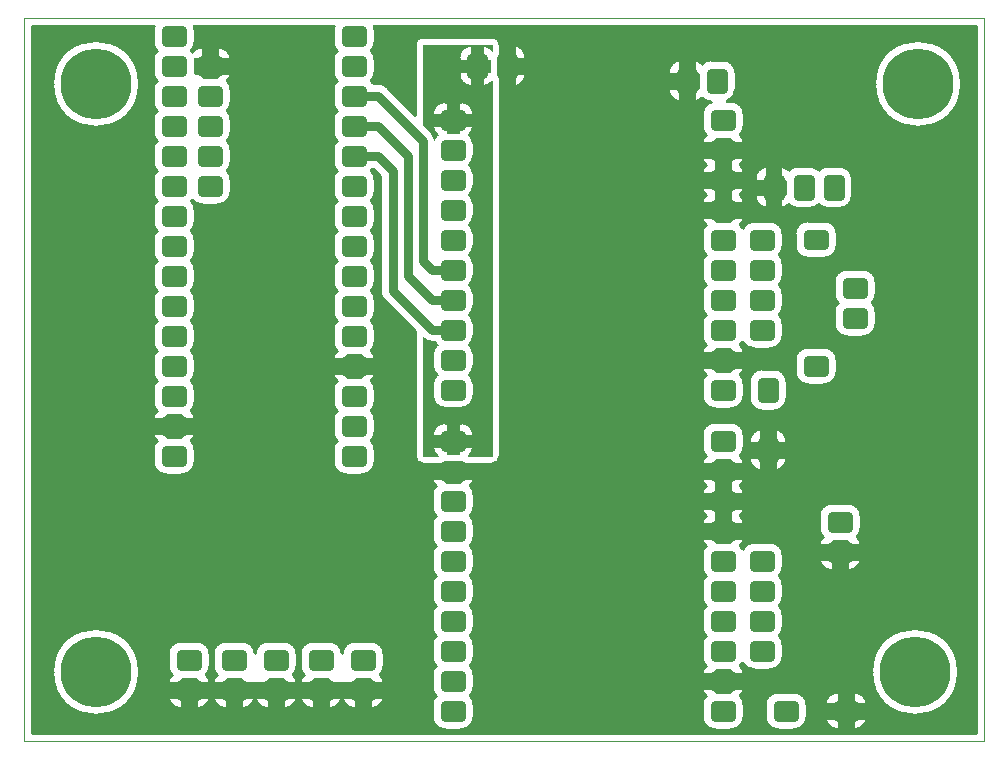
<source format=gbr>
G04 Generated by Ultiboard 14.2 *
%FSLAX25Y25*%
%MOIN*%

%ADD10C,0.00001*%
%ADD11C,0.01000*%
%ADD12C,0.00004*%
%ADD13C,0.03150*%
%ADD14R,0.05512X0.03937*%
%ADD15C,0.03150*%
%ADD16R,0.03937X0.05512*%
%ADD17C,0.23622*%


G04 ColorRGB 000080 for the following layer *
%LNCopper Bottom*%
%LPD*%
G54D10*
G36*
X119739Y150004D02*
X119739Y150004D01*
X119739Y188235D01*
X117303Y190671D01*
G74*
D01*
G02X116750Y190000I3547J2360*
G01*
G74*
D01*
G02X118017Y186969I2994J3031*
G01*
X118017Y186969D01*
X118017Y183031D01*
G75*
D01*
G02X116750Y180000I-4261J0*
G01*
G74*
D01*
G02X118017Y176969I2994J3031*
G01*
X118017Y176969D01*
X118017Y173031D01*
G75*
D01*
G02X116750Y170000I-4261J0*
G01*
G74*
D01*
G02X118017Y166969I2994J3031*
G01*
X118017Y166969D01*
X118017Y163031D01*
G75*
D01*
G02X116750Y160000I-4261J0*
G01*
G74*
D01*
G02X118017Y156969I2994J3031*
G01*
X118017Y156969D01*
X118017Y153031D01*
G75*
D01*
G02X116750Y150000I-4261J0*
G01*
G74*
D01*
G02X118017Y146969I2994J3031*
G01*
X118017Y146969D01*
X118017Y143031D01*
G75*
D01*
G02X116750Y140000I-4261J0*
G01*
G74*
D01*
G02X118017Y136969I2994J3031*
G01*
X118017Y136969D01*
X118017Y133031D01*
G75*
D01*
G02X116750Y130000I-4261J0*
G01*
G74*
D01*
G02X118010Y127209I2994J3031*
G01*
X118010Y127209D01*
X113209Y127209D01*
X113209Y128771D01*
X108791Y128771D01*
X108791Y127209D01*
X103990Y127209D01*
G74*
D01*
G02X105250Y130000I4254J240*
G01*
G75*
D01*
G02X103983Y133031I2994J3031*
G01*
X103983Y133031D01*
X103983Y136969D01*
G74*
D01*
G02X105250Y140000I4261J0*
G01*
G75*
D01*
G02X103983Y143031I2994J3031*
G01*
X103983Y143031D01*
X103983Y146969D01*
G74*
D01*
G02X105250Y150000I4261J0*
G01*
G75*
D01*
G02X103983Y153031I2994J3031*
G01*
X103983Y153031D01*
X103983Y156969D01*
G74*
D01*
G02X105250Y160000I4261J0*
G01*
G75*
D01*
G02X103983Y163031I2994J3031*
G01*
X103983Y163031D01*
X103983Y166969D01*
G74*
D01*
G02X105250Y170000I4261J0*
G01*
G75*
D01*
G02X103983Y173031I2994J3031*
G01*
X103983Y173031D01*
X103983Y176969D01*
G74*
D01*
G02X105250Y180000I4261J0*
G01*
G75*
D01*
G02X103983Y183031I2994J3031*
G01*
X103983Y183031D01*
X103983Y186969D01*
G74*
D01*
G02X105250Y190000I4261J0*
G01*
G75*
D01*
G02X103983Y193031I2994J3031*
G01*
X103983Y193031D01*
X103983Y196969D01*
G74*
D01*
G02X105250Y200000I4261J0*
G01*
G75*
D01*
G02X103983Y203031I2994J3031*
G01*
X103983Y203031D01*
X103983Y206969D01*
G74*
D01*
G02X105250Y210000I4261J0*
G01*
G75*
D01*
G02X103983Y213031I2994J3031*
G01*
X103983Y213031D01*
X103983Y216969D01*
G74*
D01*
G02X105250Y220000I4261J0*
G01*
G75*
D01*
G02X103983Y223031I2994J3031*
G01*
X103983Y223031D01*
X103983Y226969D01*
G74*
D01*
G02X105250Y230000I4261J0*
G01*
G75*
D01*
G02X103983Y233031I2994J3031*
G01*
X103983Y233031D01*
X103983Y236969D01*
G74*
D01*
G02X104204Y238322I4261J0*
G01*
X104204Y238322D01*
X57796Y238322D01*
G74*
D01*
G02X58017Y236969I4040J1353*
G01*
X58017Y236969D01*
X58017Y233031D01*
G75*
D01*
G02X56750Y230000I-4261J0*
G01*
G74*
D01*
G02X57000Y229731I2994J3031*
G01*
G75*
D01*
G02X60244Y231229I3244J-2762*
G01*
X60244Y231229D01*
X60791Y231229D01*
X60791Y227209D01*
X58010Y227209D01*
G74*
D01*
G02X58017Y226969I4254J240*
G01*
X58017Y226969D01*
X58017Y223031D01*
G75*
D01*
G02X58010Y222791I-4261J0*
G01*
X58010Y222791D01*
X60791Y222791D01*
X60791Y221229D01*
X65209Y221229D01*
X65209Y222791D01*
X70010Y222791D01*
G74*
D01*
G02X68750Y220000I4254J240*
G01*
G74*
D01*
G02X70017Y216969I2994J3031*
G01*
X70017Y216969D01*
X70017Y213031D01*
G75*
D01*
G02X68750Y210000I-4261J0*
G01*
G74*
D01*
G02X70017Y206969I2994J3031*
G01*
X70017Y206969D01*
X70017Y203031D01*
G75*
D01*
G02X68750Y200000I-4261J0*
G01*
G74*
D01*
G02X70017Y196969I2994J3031*
G01*
X70017Y196969D01*
X70017Y193031D01*
G75*
D01*
G02X68750Y190000I-4261J0*
G01*
G74*
D01*
G02X70017Y186969I2994J3031*
G01*
X70017Y186969D01*
X70017Y183031D01*
G75*
D01*
G02X65756Y178771I-4261J0*
G01*
X65756Y178771D01*
X60244Y178771D01*
G75*
D01*
G02X57000Y180269I0J4260*
G01*
G74*
D01*
G02X56750Y180000I3244J2762*
G01*
G74*
D01*
G02X58017Y176969I2994J3031*
G01*
X58017Y176969D01*
X58017Y173031D01*
G75*
D01*
G02X56750Y170000I-4261J0*
G01*
G74*
D01*
G02X58017Y166969I2994J3031*
G01*
X58017Y166969D01*
X58017Y163031D01*
G75*
D01*
G02X56750Y160000I-4261J0*
G01*
G74*
D01*
G02X58017Y156969I2994J3031*
G01*
X58017Y156969D01*
X58017Y153031D01*
G75*
D01*
G02X56750Y150000I-4261J0*
G01*
G74*
D01*
G02X58017Y146969I2994J3031*
G01*
X58017Y146969D01*
X58017Y143031D01*
G75*
D01*
G02X56750Y140000I-4261J0*
G01*
G74*
D01*
G02X58017Y136969I2994J3031*
G01*
X58017Y136969D01*
X58017Y133031D01*
G75*
D01*
G02X56750Y130000I-4261J0*
G01*
G74*
D01*
G02X58017Y126969I2994J3031*
G01*
X58017Y126969D01*
X58017Y123031D01*
G75*
D01*
G02X56750Y120000I-4261J0*
G01*
G74*
D01*
G02X58017Y116969I2994J3031*
G01*
X58017Y116969D01*
X58017Y113031D01*
G75*
D01*
G02X56750Y110000I-4261J0*
G01*
G74*
D01*
G02X58010Y107209I2994J3031*
G01*
X58010Y107209D01*
X53209Y107209D01*
X53209Y108771D01*
X48791Y108771D01*
X48791Y107209D01*
X43990Y107209D01*
G74*
D01*
G02X45250Y110000I4254J240*
G01*
G75*
D01*
G02X43983Y113031I2994J3031*
G01*
X43983Y113031D01*
X43983Y116969D01*
G74*
D01*
G02X45250Y120000I4261J0*
G01*
G75*
D01*
G02X43983Y123031I2994J3031*
G01*
X43983Y123031D01*
X43983Y126969D01*
G74*
D01*
G02X45250Y130000I4261J0*
G01*
G75*
D01*
G02X43983Y133031I2994J3031*
G01*
X43983Y133031D01*
X43983Y136969D01*
G74*
D01*
G02X45250Y140000I4261J0*
G01*
G75*
D01*
G02X43983Y143031I2994J3031*
G01*
X43983Y143031D01*
X43983Y146969D01*
G74*
D01*
G02X45250Y150000I4261J0*
G01*
G75*
D01*
G02X43983Y153031I2994J3031*
G01*
X43983Y153031D01*
X43983Y156969D01*
G74*
D01*
G02X45250Y160000I4261J0*
G01*
G75*
D01*
G02X43983Y163031I2994J3031*
G01*
X43983Y163031D01*
X43983Y166969D01*
G74*
D01*
G02X45250Y170000I4261J0*
G01*
G75*
D01*
G02X43983Y173031I2994J3031*
G01*
X43983Y173031D01*
X43983Y176969D01*
G74*
D01*
G02X45250Y180000I4261J0*
G01*
G75*
D01*
G02X43983Y183031I2994J3031*
G01*
X43983Y183031D01*
X43983Y186969D01*
G74*
D01*
G02X45250Y190000I4261J0*
G01*
G75*
D01*
G02X43983Y193031I2994J3031*
G01*
X43983Y193031D01*
X43983Y196969D01*
G74*
D01*
G02X45250Y200000I4261J0*
G01*
G75*
D01*
G02X43983Y203031I2994J3031*
G01*
X43983Y203031D01*
X43983Y206969D01*
G74*
D01*
G02X45250Y210000I4261J0*
G01*
G75*
D01*
G02X43983Y213031I2994J3031*
G01*
X43983Y213031D01*
X43983Y216969D01*
G74*
D01*
G02X45250Y220000I4261J0*
G01*
G75*
D01*
G02X43983Y223031I2994J3031*
G01*
X43983Y223031D01*
X43983Y226969D01*
G74*
D01*
G02X45250Y230000I4261J0*
G01*
G75*
D01*
G02X43983Y233031I2994J3031*
G01*
X43983Y233031D01*
X43983Y236969D01*
G74*
D01*
G02X44204Y238322I4261J0*
G01*
X44204Y238322D01*
X3677Y238322D01*
X3677Y2678D01*
X318322Y2678D01*
X318322Y238322D01*
X117796Y238322D01*
G74*
D01*
G02X118017Y236969I4040J1353*
G01*
X118017Y236969D01*
X118017Y233031D01*
G75*
D01*
G02X116750Y230000I-4261J0*
G01*
G74*
D01*
G02X118017Y226969I2994J3031*
G01*
X118017Y226969D01*
X118017Y223031D01*
G75*
D01*
G02X116750Y220000I-4261J0*
G01*
G74*
D01*
G02X117347Y219261I2994J3031*
G01*
X117347Y219261D01*
X119000Y219261D01*
G74*
D01*
G02X122016Y218009I0J4261*
G01*
X122016Y218009D01*
X131320Y208706D01*
X131320Y232000D01*
G75*
D01*
G02X134000Y234680I2680J0*
G01*
X134000Y234680D01*
X157000Y234680D01*
G74*
D01*
G02X159680Y232002I0J2680*
G01*
G74*
D01*
G02X159791Y232010I351J4246*
G01*
X159791Y232010D01*
X159791Y227209D01*
X159680Y227209D01*
X159680Y222791D01*
X159791Y222791D01*
X159791Y217990D01*
G74*
D01*
G02X159680Y217998I240J4254*
G01*
X159680Y217998D01*
X159680Y95000D01*
G75*
D01*
G02X157000Y92320I-2680J0*
G01*
X157000Y92320D01*
X151002Y92320D01*
G74*
D01*
G02X151010Y92209I4246J351*
G01*
X151010Y92209D01*
X146209Y92209D01*
X146209Y92320D01*
X141791Y92320D01*
X141791Y92209D01*
X136990Y92209D01*
G74*
D01*
G02X136998Y92320I4254J240*
G01*
X136998Y92320D01*
X134000Y92320D01*
G75*
D01*
G02X131320Y95000I0J2680*
G01*
X131320Y95000D01*
X131320Y136655D01*
X120987Y146987D01*
G75*
D01*
G02X119739Y150004I3013J3013*
G01*
D02*
G37*
%LPC*%
G36*
X277756Y3771D02*
X277756Y3771D01*
X277209Y3771D01*
X277209Y7791D01*
X282010Y7791D01*
G74*
D01*
G02X277756Y3771I4254J240*
G01*
D02*
G37*
G36*
X277756Y16229D02*
G74*
D01*
G02X282010Y12209I0J4260*
G01*
X282010Y12209D01*
X277209Y12209D01*
X277209Y16229D01*
X277756Y16229D01*
D02*
G37*
G36*
X280756Y134771D02*
X280756Y134771D01*
X275244Y134771D01*
G75*
D01*
G02X270983Y139031I0J4260*
G01*
X270983Y139031D01*
X270983Y142969D01*
G74*
D01*
G02X272250Y146000I4261J0*
G01*
G75*
D01*
G02X270983Y149031I2994J3031*
G01*
X270983Y149031D01*
X270983Y152969D01*
G75*
D01*
G02X275244Y157229I4261J0*
G01*
X275244Y157229D01*
X280756Y157229D01*
G74*
D01*
G02X285017Y152969I0J4260*
G01*
X285017Y152969D01*
X285017Y149031D01*
G75*
D01*
G02X283750Y146000I-4261J0*
G01*
G74*
D01*
G02X285017Y142969I2994J3031*
G01*
X285017Y142969D01*
X285017Y139031D01*
G75*
D01*
G02X280756Y134771I-4261J0*
G01*
D02*
G37*
G36*
X251775Y186298D02*
G75*
D01*
G02X251775Y186298I-893J-1754*
G01*
D02*
G37*
G36*
X277111Y181788D02*
G75*
D01*
G02X272850Y177528I-4261J0*
G01*
X272850Y177528D01*
X268913Y177528D01*
G75*
D01*
G02X265882Y178794I0J4260*
G01*
G74*
D01*
G02X262850Y177528I3032J2994*
G01*
X262850Y177528D01*
X258913Y177528D01*
G75*
D01*
G02X255882Y178794I0J4260*
G01*
G74*
D01*
G02X253091Y177534I3032J2994*
G01*
X253091Y177534D01*
X253091Y182335D01*
X254653Y182335D01*
X254653Y186753D01*
X253091Y186753D01*
X253091Y191554D01*
G74*
D01*
G02X255882Y190294I241J4254*
G01*
G75*
D01*
G02X258913Y191561I3031J-2994*
G01*
X258913Y191561D01*
X262850Y191561D01*
G74*
D01*
G02X265882Y190294I0J4261*
G01*
G75*
D01*
G02X268913Y191561I3031J-2994*
G01*
X268913Y191561D01*
X272850Y191561D01*
G74*
D01*
G02X277111Y187300I0J4261*
G01*
X277111Y187300D01*
X277111Y181788D01*
D02*
G37*
G36*
X235839Y186298D02*
G75*
D01*
G02X235839Y186298I-1839J702*
G01*
D02*
G37*
G36*
X43983Y93031D02*
X43983Y93031D01*
X43983Y96969D01*
G74*
D01*
G02X45250Y100000I4261J0*
G01*
G74*
D01*
G02X43990Y102791I2994J3031*
G01*
X43990Y102791D01*
X48791Y102791D01*
X48791Y101229D01*
X53209Y101229D01*
X53209Y102791D01*
X58010Y102791D01*
G74*
D01*
G02X56750Y100000I4254J240*
G01*
G74*
D01*
G02X58017Y96969I2994J3031*
G01*
X58017Y96969D01*
X58017Y93031D01*
G75*
D01*
G02X53756Y88771I-4261J0*
G01*
X53756Y88771D01*
X48244Y88771D01*
G75*
D01*
G02X43983Y93031I0J4260*
G01*
D02*
G37*
G36*
X242771Y94244D02*
X242771Y94244D01*
X242771Y94791D01*
X246791Y94791D01*
X246791Y89990D01*
G75*
D01*
G02X242771Y94244I240J4254*
G01*
D02*
G37*
G36*
X233226Y91810D02*
G75*
D01*
G02X233226Y91810I774J-1810*
G01*
D02*
G37*
G36*
X255229Y94244D02*
G75*
D01*
G02X251209Y89990I-4260J0*
G01*
X251209Y89990D01*
X251209Y94791D01*
X255229Y94791D01*
X255229Y94244D01*
D02*
G37*
G36*
X103983Y93031D02*
X103983Y93031D01*
X103983Y96969D01*
G74*
D01*
G02X105250Y100000I4261J0*
G01*
G75*
D01*
G02X103983Y103031I2994J3031*
G01*
X103983Y103031D01*
X103983Y106969D01*
G74*
D01*
G02X105250Y110000I4261J0*
G01*
G75*
D01*
G02X103983Y113031I2994J3031*
G01*
X103983Y113031D01*
X103983Y116969D01*
G74*
D01*
G02X105250Y120000I4261J0*
G01*
G74*
D01*
G02X103990Y122791I2994J3031*
G01*
X103990Y122791D01*
X108791Y122791D01*
X108791Y121229D01*
X113209Y121229D01*
X113209Y122791D01*
X118010Y122791D01*
G74*
D01*
G02X116750Y120000I4254J240*
G01*
G74*
D01*
G02X118017Y116969I2994J3031*
G01*
X118017Y116969D01*
X118017Y113031D01*
G75*
D01*
G02X116750Y110000I-4261J0*
G01*
G74*
D01*
G02X118017Y106969I2994J3031*
G01*
X118017Y106969D01*
X118017Y103031D01*
G75*
D01*
G02X116750Y100000I-4261J0*
G01*
G74*
D01*
G02X118017Y96969I2994J3031*
G01*
X118017Y96969D01*
X118017Y93031D01*
G75*
D01*
G02X113756Y88771I-4261J0*
G01*
X113756Y88771D01*
X108244Y88771D01*
G75*
D01*
G02X103983Y93031I0J4260*
G01*
D02*
G37*
G36*
X143226Y91810D02*
G75*
D01*
G02X143226Y91810I774J-1810*
G01*
D02*
G37*
G36*
X61031Y225000D02*
G75*
D01*
G02X61031Y225000I1969J0*
G01*
D02*
G37*
G36*
X65756Y231229D02*
G74*
D01*
G02X70010Y227209I0J4260*
G01*
X70010Y227209D01*
X65209Y227209D01*
X65209Y231229D01*
X65756Y231229D01*
D02*
G37*
G36*
X284524Y219000D02*
G75*
D01*
G02X284524Y219000I14476J0*
G01*
D02*
G37*
G36*
X10524Y219000D02*
G75*
D01*
G02X10524Y219000I14476J0*
G01*
D02*
G37*
G36*
X283524Y23000D02*
G75*
D01*
G02X283524Y23000I14476J0*
G01*
D02*
G37*
G36*
X164209Y217990D02*
X164209Y217990D01*
X164209Y222791D01*
X168229Y222791D01*
X168229Y222244D01*
G75*
D01*
G02X164209Y217990I-4260J0*
G01*
D02*
G37*
G36*
X168229Y227756D02*
X168229Y227756D01*
X168229Y227209D01*
X164209Y227209D01*
X164209Y232010D01*
G74*
D01*
G02X168229Y227756I240J4254*
G01*
D02*
G37*
G36*
X160031Y225000D02*
G75*
D01*
G02X160031Y225000I1969J0*
G01*
D02*
G37*
G36*
X244653Y187300D02*
G74*
D01*
G02X248673Y191554I4260J0*
G01*
X248673Y191554D01*
X248673Y186753D01*
X244653Y186753D01*
X244653Y187300D01*
D02*
G37*
G36*
X226990Y189209D02*
G74*
D01*
G02X228250Y192000I4254J240*
G01*
G74*
D01*
G02X226990Y194791I2994J3031*
G01*
X226990Y194791D01*
X231791Y194791D01*
X231791Y189209D01*
X226990Y189209D01*
D02*
G37*
G36*
X241010Y189209D02*
X241010Y189209D01*
X236209Y189209D01*
X236209Y194791D01*
X241010Y194791D01*
G74*
D01*
G02X239750Y192000I4254J240*
G01*
G74*
D01*
G02X241010Y189209I2994J3031*
G01*
D02*
G37*
G36*
X232031Y197000D02*
G75*
D01*
G02X232031Y197000I1969J0*
G01*
D02*
G37*
G36*
X224209Y212990D02*
X224209Y212990D01*
X224209Y217791D01*
X225771Y217791D01*
X225771Y222209D01*
X224209Y222209D01*
X224209Y227010D01*
G74*
D01*
G02X227000Y225750I240J4254*
G01*
G75*
D01*
G02X230031Y227017I3031J-2994*
G01*
X230031Y227017D01*
X233969Y227017D01*
G74*
D01*
G02X238229Y222756I0J4261*
G01*
X238229Y222756D01*
X238229Y217244D01*
G75*
D01*
G02X235395Y213229I-4260J0*
G01*
X235395Y213229D01*
X236756Y213229D01*
G74*
D01*
G02X241017Y208969I0J4260*
G01*
X241017Y208969D01*
X241017Y205031D01*
G75*
D01*
G02X239750Y202000I-4261J0*
G01*
G74*
D01*
G02X241010Y199209I2994J3031*
G01*
X241010Y199209D01*
X236209Y199209D01*
X236209Y200771D01*
X231791Y200771D01*
X231791Y199209D01*
X226990Y199209D01*
G74*
D01*
G02X228250Y202000I4254J240*
G01*
G75*
D01*
G02X226983Y205031I2994J3031*
G01*
X226983Y205031D01*
X226983Y208969D01*
G74*
D01*
G02X229831Y212988I4261J0*
G01*
G74*
D01*
G02X227000Y214250I200J4256*
G01*
G74*
D01*
G02X224209Y212990I3031J2994*
G01*
D02*
G37*
G36*
X220031Y220000D02*
G75*
D01*
G02X220031Y220000I1969J0*
G01*
D02*
G37*
G36*
X215771Y217244D02*
X215771Y217244D01*
X215771Y217791D01*
X219791Y217791D01*
X219791Y212990D01*
G75*
D01*
G02X215771Y217244I240J4254*
G01*
D02*
G37*
G36*
X215771Y222756D02*
G74*
D01*
G02X219791Y227010I4260J0*
G01*
X219791Y227010D01*
X219791Y222209D01*
X215771Y222209D01*
X215771Y222756D01*
D02*
G37*
G36*
X10524Y23000D02*
G75*
D01*
G02X10524Y23000I14476J0*
G01*
D02*
G37*
G36*
X54031Y17000D02*
G75*
D01*
G02X54031Y17000I1969J0*
G01*
D02*
G37*
G36*
X48990Y14791D02*
X48990Y14791D01*
X53791Y14791D01*
X53791Y10771D01*
X53244Y10771D01*
G75*
D01*
G02X48990Y14791I0J4260*
G01*
D02*
G37*
G36*
X58756Y10771D02*
X58756Y10771D01*
X58209Y10771D01*
X58209Y14791D01*
X63010Y14791D01*
G74*
D01*
G02X58756Y10771I4254J240*
G01*
D02*
G37*
G36*
X69031Y17000D02*
G75*
D01*
G02X69031Y17000I1969J0*
G01*
D02*
G37*
G36*
X63990Y14791D02*
X63990Y14791D01*
X68791Y14791D01*
X68791Y10771D01*
X68244Y10771D01*
G75*
D01*
G02X63990Y14791I0J4260*
G01*
D02*
G37*
G36*
X73756Y10771D02*
X73756Y10771D01*
X73209Y10771D01*
X73209Y14791D01*
X82791Y14791D01*
X82791Y10771D01*
X82244Y10771D01*
G75*
D01*
G02X78000Y14656I0J4260*
G01*
G74*
D01*
G02X73756Y10771I4244J375*
G01*
D02*
G37*
G36*
X83031Y17000D02*
G75*
D01*
G02X83031Y17000I1969J0*
G01*
D02*
G37*
G36*
X87756Y10771D02*
X87756Y10771D01*
X87209Y10771D01*
X87209Y14791D01*
X92010Y14791D01*
G74*
D01*
G02X87756Y10771I4254J240*
G01*
D02*
G37*
G36*
X48990Y19209D02*
G74*
D01*
G02X50250Y22000I4254J240*
G01*
G75*
D01*
G02X48983Y25031I2994J3031*
G01*
X48983Y25031D01*
X48983Y28969D01*
G75*
D01*
G02X53244Y33229I4261J0*
G01*
X53244Y33229D01*
X58756Y33229D01*
G74*
D01*
G02X63017Y28969I0J4260*
G01*
X63017Y28969D01*
X63017Y25031D01*
G75*
D01*
G02X61750Y22000I-4261J0*
G01*
G74*
D01*
G02X63010Y19209I2994J3031*
G01*
X63010Y19209D01*
X58209Y19209D01*
X58209Y20771D01*
X53791Y20771D01*
X53791Y19209D01*
X48990Y19209D01*
D02*
G37*
G36*
X63990Y19209D02*
G74*
D01*
G02X65250Y22000I4254J240*
G01*
G75*
D01*
G02X63983Y25031I2994J3031*
G01*
X63983Y25031D01*
X63983Y28969D01*
G75*
D01*
G02X68244Y33229I4261J0*
G01*
X68244Y33229D01*
X73756Y33229D01*
G74*
D01*
G02X78000Y29344I0J4260*
G01*
G75*
D01*
G02X82244Y33229I4244J-375*
G01*
X82244Y33229D01*
X87756Y33229D01*
G74*
D01*
G02X92017Y28969I0J4260*
G01*
X92017Y28969D01*
X92017Y25031D01*
G75*
D01*
G02X90750Y22000I-4261J0*
G01*
G74*
D01*
G02X92010Y19209I2994J3031*
G01*
X92010Y19209D01*
X87209Y19209D01*
X87209Y20771D01*
X82791Y20771D01*
X82791Y19209D01*
X73209Y19209D01*
X73209Y20771D01*
X68791Y20771D01*
X68791Y19209D01*
X63990Y19209D01*
D02*
G37*
G36*
X226990Y17791D02*
X226990Y17791D01*
X231791Y17791D01*
X231791Y16229D01*
X236209Y16229D01*
X236209Y17791D01*
X241010Y17791D01*
G74*
D01*
G02X239750Y15000I4254J240*
G01*
G74*
D01*
G02X241017Y11969I2994J3031*
G01*
X241017Y11969D01*
X241017Y8031D01*
G75*
D01*
G02X236756Y3771I-4261J0*
G01*
X236756Y3771D01*
X231244Y3771D01*
G75*
D01*
G02X226983Y8031I0J4260*
G01*
X226983Y8031D01*
X226983Y11969D01*
G74*
D01*
G02X228250Y15000I4261J0*
G01*
G74*
D01*
G02X226990Y17791I2994J3031*
G01*
D02*
G37*
G36*
X252244Y3771D02*
G75*
D01*
G02X247983Y8031I0J4260*
G01*
X247983Y8031D01*
X247983Y11969D01*
G75*
D01*
G02X252244Y16229I4261J0*
G01*
X252244Y16229D01*
X257756Y16229D01*
G74*
D01*
G02X262017Y11969I0J4260*
G01*
X262017Y11969D01*
X262017Y8031D01*
G75*
D01*
G02X257756Y3771I-4261J0*
G01*
X257756Y3771D01*
X252244Y3771D01*
D02*
G37*
G36*
X272244Y3771D02*
G75*
D01*
G02X267990Y7791I0J4260*
G01*
X267990Y7791D01*
X272791Y7791D01*
X272791Y3771D01*
X272244Y3771D01*
D02*
G37*
G36*
X272244Y16229D02*
X272244Y16229D01*
X272791Y16229D01*
X272791Y12209D01*
X267990Y12209D01*
G75*
D01*
G02X272244Y16229I4254J-240*
G01*
D02*
G37*
G36*
X273031Y10000D02*
G75*
D01*
G02X273031Y10000I1969J0*
G01*
D02*
G37*
G36*
X239750Y25000D02*
G74*
D01*
G02X241010Y22209I2994J3031*
G01*
X241010Y22209D01*
X236209Y22209D01*
X236209Y23771D01*
X231791Y23771D01*
X231791Y22209D01*
X226990Y22209D01*
G74*
D01*
G02X228250Y25000I4254J240*
G01*
G75*
D01*
G02X226983Y28031I2994J3031*
G01*
X226983Y28031D01*
X226983Y31969D01*
G74*
D01*
G02X228250Y35000I4261J0*
G01*
G75*
D01*
G02X226983Y38031I2994J3031*
G01*
X226983Y38031D01*
X226983Y41969D01*
G74*
D01*
G02X228250Y45000I4261J0*
G01*
G75*
D01*
G02X226983Y48031I2994J3031*
G01*
X226983Y48031D01*
X226983Y51969D01*
G74*
D01*
G02X228250Y55000I4261J0*
G01*
G75*
D01*
G02X226983Y58031I2994J3031*
G01*
X226983Y58031D01*
X226983Y61969D01*
G74*
D01*
G02X228250Y65000I4261J0*
G01*
G74*
D01*
G02X226990Y67791I2994J3031*
G01*
X226990Y67791D01*
X231791Y67791D01*
X231791Y66229D01*
X236209Y66229D01*
X236209Y67791D01*
X241010Y67791D01*
G74*
D01*
G02X239750Y65000I4254J240*
G01*
G74*
D01*
G02X240500Y64002I2994J3031*
G01*
G75*
D01*
G02X244244Y66229I3744J-2033*
G01*
X244244Y66229D01*
X249756Y66229D01*
G74*
D01*
G02X254017Y61969I0J4260*
G01*
X254017Y61969D01*
X254017Y58031D01*
G75*
D01*
G02X252750Y55000I-4261J0*
G01*
G74*
D01*
G02X254017Y51969I2994J3031*
G01*
X254017Y51969D01*
X254017Y48031D01*
G75*
D01*
G02X252750Y45000I-4261J0*
G01*
G74*
D01*
G02X254017Y41969I2994J3031*
G01*
X254017Y41969D01*
X254017Y38031D01*
G75*
D01*
G02X252750Y35000I-4261J0*
G01*
G74*
D01*
G02X254017Y31969I2994J3031*
G01*
X254017Y31969D01*
X254017Y28031D01*
G75*
D01*
G02X249756Y23771I-4261J0*
G01*
X249756Y23771D01*
X244244Y23771D01*
G75*
D01*
G02X240500Y25998I0J4260*
G01*
G74*
D01*
G02X239750Y25000I3744J2033*
G01*
D02*
G37*
G36*
X232031Y20000D02*
G75*
D01*
G02X232031Y20000I1969J0*
G01*
D02*
G37*
G36*
X270244Y56771D02*
G75*
D01*
G02X265990Y60791I0J4260*
G01*
X265990Y60791D01*
X270791Y60791D01*
X270791Y56771D01*
X270244Y56771D01*
D02*
G37*
G36*
X275756Y56771D02*
X275756Y56771D01*
X275209Y56771D01*
X275209Y60791D01*
X280010Y60791D01*
G74*
D01*
G02X275756Y56771I4254J240*
G01*
D02*
G37*
G36*
X271031Y63000D02*
G75*
D01*
G02X271031Y63000I1969J0*
G01*
D02*
G37*
G36*
X232031Y70000D02*
G75*
D01*
G02X232031Y70000I1969J0*
G01*
D02*
G37*
G36*
X265990Y65209D02*
G74*
D01*
G02X267250Y68000I4254J240*
G01*
G75*
D01*
G02X265983Y71031I2994J3031*
G01*
X265983Y71031D01*
X265983Y74969D01*
G75*
D01*
G02X270244Y79229I4261J0*
G01*
X270244Y79229D01*
X275756Y79229D01*
G74*
D01*
G02X280017Y74969I0J4260*
G01*
X280017Y74969D01*
X280017Y71031D01*
G75*
D01*
G02X278750Y68000I-4261J0*
G01*
G74*
D01*
G02X280010Y65209I2994J3031*
G01*
X280010Y65209D01*
X275209Y65209D01*
X275209Y66771D01*
X270791Y66771D01*
X270791Y65209D01*
X265990Y65209D01*
D02*
G37*
G36*
X226990Y72209D02*
G74*
D01*
G02X228250Y75000I4254J240*
G01*
G74*
D01*
G02X226990Y77791I2994J3031*
G01*
X226990Y77791D01*
X231791Y77791D01*
X231791Y72209D01*
X226990Y72209D01*
D02*
G37*
G36*
X241010Y72209D02*
X241010Y72209D01*
X236209Y72209D01*
X236209Y77791D01*
X241010Y77791D01*
G74*
D01*
G02X239750Y75000I4254J240*
G01*
G74*
D01*
G02X241010Y72209I2994J3031*
G01*
D02*
G37*
G36*
X232031Y80000D02*
G75*
D01*
G02X232031Y80000I1969J0*
G01*
D02*
G37*
G36*
X226990Y82209D02*
G74*
D01*
G02X228250Y85000I4254J240*
G01*
G74*
D01*
G02X226990Y87791I2994J3031*
G01*
X226990Y87791D01*
X231791Y87791D01*
X231791Y82209D01*
X226990Y82209D01*
D02*
G37*
G36*
X241010Y82209D02*
X241010Y82209D01*
X236209Y82209D01*
X236209Y87791D01*
X241010Y87791D01*
G74*
D01*
G02X239750Y85000I4254J240*
G01*
G74*
D01*
G02X241010Y82209I2994J3031*
G01*
D02*
G37*
G36*
X49031Y105000D02*
G75*
D01*
G02X49031Y105000I1969J0*
G01*
D02*
G37*
G36*
X136990Y87791D02*
X136990Y87791D01*
X141791Y87791D01*
X141791Y86229D01*
X146209Y86229D01*
X146209Y87791D01*
X151010Y87791D01*
G74*
D01*
G02X149750Y85000I4254J240*
G01*
G74*
D01*
G02X151017Y81969I2994J3031*
G01*
X151017Y81969D01*
X151017Y78031D01*
G75*
D01*
G02X149750Y75000I-4261J0*
G01*
G74*
D01*
G02X151017Y71969I2994J3031*
G01*
X151017Y71969D01*
X151017Y68031D01*
G75*
D01*
G02X149750Y65000I-4261J0*
G01*
G74*
D01*
G02X151017Y61969I2994J3031*
G01*
X151017Y61969D01*
X151017Y58031D01*
G75*
D01*
G02X149750Y55000I-4261J0*
G01*
G74*
D01*
G02X151017Y51969I2994J3031*
G01*
X151017Y51969D01*
X151017Y48031D01*
G75*
D01*
G02X149750Y45000I-4261J0*
G01*
G74*
D01*
G02X151017Y41969I2994J3031*
G01*
X151017Y41969D01*
X151017Y38031D01*
G75*
D01*
G02X149750Y35000I-4261J0*
G01*
G74*
D01*
G02X151017Y31969I2994J3031*
G01*
X151017Y31969D01*
X151017Y28031D01*
G75*
D01*
G02X149750Y25000I-4261J0*
G01*
G74*
D01*
G02X151017Y21969I2994J3031*
G01*
X151017Y21969D01*
X151017Y18031D01*
G75*
D01*
G02X149750Y15000I-4261J0*
G01*
G75*
D01*
G02X151017Y11969I-2994J-3031*
G01*
X151017Y11969D01*
X151017Y8031D01*
G74*
D01*
G02X146756Y3771I4261J0*
G01*
X146756Y3771D01*
X141244Y3771D01*
G75*
D01*
G02X136983Y8031I0J4260*
G01*
X136983Y8031D01*
X136983Y11969D01*
G74*
D01*
G02X138250Y15000I4261J0*
G01*
G75*
D01*
G02X136983Y18031I2994J3031*
G01*
X136983Y18031D01*
X136983Y21969D01*
G74*
D01*
G02X138250Y25000I4261J0*
G01*
G75*
D01*
G02X136983Y28031I2994J3031*
G01*
X136983Y28031D01*
X136983Y31969D01*
G74*
D01*
G02X138250Y35000I4261J0*
G01*
G75*
D01*
G02X136983Y38031I2994J3031*
G01*
X136983Y38031D01*
X136983Y41969D01*
G74*
D01*
G02X138250Y45000I4261J0*
G01*
G75*
D01*
G02X136983Y48031I2994J3031*
G01*
X136983Y48031D01*
X136983Y51969D01*
G74*
D01*
G02X138250Y55000I4261J0*
G01*
G75*
D01*
G02X136983Y58031I2994J3031*
G01*
X136983Y58031D01*
X136983Y61969D01*
G74*
D01*
G02X138250Y65000I4261J0*
G01*
G75*
D01*
G02X136983Y68031I2994J3031*
G01*
X136983Y68031D01*
X136983Y71969D01*
G74*
D01*
G02X138250Y75000I4261J0*
G01*
G75*
D01*
G02X136983Y78031I2994J3031*
G01*
X136983Y78031D01*
X136983Y81969D01*
G74*
D01*
G02X138250Y85000I4261J0*
G01*
G74*
D01*
G02X136990Y87791I2994J3031*
G01*
D02*
G37*
G36*
X92990Y14791D02*
X92990Y14791D01*
X97791Y14791D01*
X97791Y10771D01*
X97244Y10771D01*
G75*
D01*
G02X92990Y14791I0J4260*
G01*
D02*
G37*
G36*
X102756Y10771D02*
X102756Y10771D01*
X102209Y10771D01*
X102209Y14791D01*
X111791Y14791D01*
X111791Y10771D01*
X111244Y10771D01*
G75*
D01*
G02X107000Y14656I0J4260*
G01*
G74*
D01*
G02X102756Y10771I4244J375*
G01*
D02*
G37*
G36*
X98031Y17000D02*
G75*
D01*
G02X98031Y17000I1969J0*
G01*
D02*
G37*
G36*
X116756Y10771D02*
X116756Y10771D01*
X116209Y10771D01*
X116209Y14791D01*
X121010Y14791D01*
G74*
D01*
G02X116756Y10771I4254J240*
G01*
D02*
G37*
G36*
X112031Y17000D02*
G75*
D01*
G02X112031Y17000I1969J0*
G01*
D02*
G37*
G36*
X92990Y19209D02*
G74*
D01*
G02X94250Y22000I4254J240*
G01*
G75*
D01*
G02X92983Y25031I2994J3031*
G01*
X92983Y25031D01*
X92983Y28969D01*
G75*
D01*
G02X97244Y33229I4261J0*
G01*
X97244Y33229D01*
X102756Y33229D01*
G74*
D01*
G02X107000Y29344I0J4260*
G01*
G75*
D01*
G02X111244Y33229I4244J-375*
G01*
X111244Y33229D01*
X116756Y33229D01*
G74*
D01*
G02X121017Y28969I0J4260*
G01*
X121017Y28969D01*
X121017Y25031D01*
G75*
D01*
G02X119750Y22000I-4261J0*
G01*
G74*
D01*
G02X121010Y19209I2994J3031*
G01*
X121010Y19209D01*
X116209Y19209D01*
X116209Y20771D01*
X111791Y20771D01*
X111791Y19209D01*
X102209Y19209D01*
X102209Y20771D01*
X97791Y20771D01*
X97791Y19209D01*
X92990Y19209D01*
D02*
G37*
G36*
X226990Y92209D02*
G74*
D01*
G02X228250Y95000I4254J240*
G01*
G75*
D01*
G02X226983Y98031I2994J3031*
G01*
X226983Y98031D01*
X226983Y101969D01*
G75*
D01*
G02X231244Y106229I4261J0*
G01*
X231244Y106229D01*
X236756Y106229D01*
G74*
D01*
G02X241017Y101969I0J4260*
G01*
X241017Y101969D01*
X241017Y98031D01*
G75*
D01*
G02X239750Y95000I-4261J0*
G01*
G74*
D01*
G02X241010Y92209I2994J3031*
G01*
X241010Y92209D01*
X236209Y92209D01*
X236209Y93771D01*
X231791Y93771D01*
X231791Y92209D01*
X226990Y92209D01*
D02*
G37*
G36*
X242771Y99756D02*
G74*
D01*
G02X246791Y104010I4260J0*
G01*
X246791Y104010D01*
X246791Y99209D01*
X242771Y99209D01*
X242771Y99756D01*
D02*
G37*
G36*
X255229Y99756D02*
X255229Y99756D01*
X255229Y99209D01*
X251209Y99209D01*
X251209Y104010D01*
G74*
D01*
G02X255229Y99756I240J4254*
G01*
D02*
G37*
G36*
X247031Y97000D02*
G75*
D01*
G02X247031Y97000I1969J0*
G01*
D02*
G37*
G36*
X242771Y119756D02*
G75*
D01*
G02X247031Y124017I4260J0*
G01*
X247031Y124017D01*
X250969Y124017D01*
G74*
D01*
G02X255229Y119756I0J4261*
G01*
X255229Y119756D01*
X255229Y114244D01*
G75*
D01*
G02X250969Y109983I-4260J0*
G01*
X250969Y109983D01*
X247031Y109983D01*
G75*
D01*
G02X242771Y114244I0J4261*
G01*
X242771Y114244D01*
X242771Y119756D01*
D02*
G37*
G36*
X226990Y124791D02*
X226990Y124791D01*
X231791Y124791D01*
X231791Y123229D01*
X236209Y123229D01*
X236209Y124791D01*
X241010Y124791D01*
G74*
D01*
G02X239750Y122000I4254J240*
G01*
G74*
D01*
G02X241017Y118969I2994J3031*
G01*
X241017Y118969D01*
X241017Y115031D01*
G75*
D01*
G02X236756Y110771I-4261J0*
G01*
X236756Y110771D01*
X231244Y110771D01*
G75*
D01*
G02X226983Y115031I0J4260*
G01*
X226983Y115031D01*
X226983Y118969D01*
G74*
D01*
G02X228250Y122000I4261J0*
G01*
G74*
D01*
G02X226990Y124791I2994J3031*
G01*
D02*
G37*
G36*
X232031Y127000D02*
G75*
D01*
G02X232031Y127000I1969J0*
G01*
D02*
G37*
G36*
X262244Y118771D02*
G75*
D01*
G02X257983Y123031I0J4260*
G01*
X257983Y123031D01*
X257983Y126969D01*
G75*
D01*
G02X262244Y131229I4261J0*
G01*
X262244Y131229D01*
X267756Y131229D01*
G74*
D01*
G02X272017Y126969I0J4260*
G01*
X272017Y126969D01*
X272017Y123031D01*
G75*
D01*
G02X267756Y118771I-4261J0*
G01*
X267756Y118771D01*
X262244Y118771D01*
D02*
G37*
G36*
X226990Y174791D02*
X226990Y174791D01*
X231791Y174791D01*
X231791Y173229D01*
X236209Y173229D01*
X236209Y174791D01*
X241010Y174791D01*
G74*
D01*
G02X239750Y172000I4254J240*
G01*
G74*
D01*
G02X240500Y171002I2994J3031*
G01*
G75*
D01*
G02X244244Y173229I3744J-2033*
G01*
X244244Y173229D01*
X249756Y173229D01*
G74*
D01*
G02X254017Y168969I0J4260*
G01*
X254017Y168969D01*
X254017Y165031D01*
G75*
D01*
G02X252750Y162000I-4261J0*
G01*
G74*
D01*
G02X254017Y158969I2994J3031*
G01*
X254017Y158969D01*
X254017Y155031D01*
G75*
D01*
G02X252750Y152000I-4261J0*
G01*
G74*
D01*
G02X254017Y148969I2994J3031*
G01*
X254017Y148969D01*
X254017Y145031D01*
G75*
D01*
G02X252750Y142000I-4261J0*
G01*
G74*
D01*
G02X254017Y138969I2994J3031*
G01*
X254017Y138969D01*
X254017Y135031D01*
G75*
D01*
G02X249756Y130771I-4261J0*
G01*
X249756Y130771D01*
X244244Y130771D01*
G75*
D01*
G02X240500Y132998I0J4260*
G01*
G74*
D01*
G02X239750Y132000I3744J2033*
G01*
G74*
D01*
G02X241010Y129209I2994J3031*
G01*
X241010Y129209D01*
X236209Y129209D01*
X236209Y130771D01*
X231791Y130771D01*
X231791Y129209D01*
X226990Y129209D01*
G74*
D01*
G02X228250Y132000I4254J240*
G01*
G75*
D01*
G02X226983Y135031I2994J3031*
G01*
X226983Y135031D01*
X226983Y138969D01*
G74*
D01*
G02X228250Y142000I4261J0*
G01*
G75*
D01*
G02X226983Y145031I2994J3031*
G01*
X226983Y145031D01*
X226983Y148969D01*
G74*
D01*
G02X228250Y152000I4261J0*
G01*
G75*
D01*
G02X226983Y155031I2994J3031*
G01*
X226983Y155031D01*
X226983Y158969D01*
G74*
D01*
G02X228250Y162000I4261J0*
G01*
G75*
D01*
G02X226983Y165031I2994J3031*
G01*
X226983Y165031D01*
X226983Y168969D01*
G74*
D01*
G02X228250Y172000I4261J0*
G01*
G74*
D01*
G02X226990Y174791I2994J3031*
G01*
D02*
G37*
G36*
X262244Y160897D02*
G75*
D01*
G02X257983Y165157I0J4260*
G01*
X257983Y165157D01*
X257983Y169094D01*
G75*
D01*
G02X262244Y173355I4261J0*
G01*
X262244Y173355D01*
X267756Y173355D01*
G74*
D01*
G02X272017Y169094I0J4261*
G01*
X272017Y169094D01*
X272017Y165157D01*
G75*
D01*
G02X267756Y160897I-4261J0*
G01*
X267756Y160897D01*
X262244Y160897D01*
D02*
G37*
G36*
X226990Y179209D02*
G74*
D01*
G02X228250Y182000I4254J240*
G01*
G74*
D01*
G02X226990Y184791I2994J3031*
G01*
X226990Y184791D01*
X231791Y184791D01*
X231791Y179209D01*
X226990Y179209D01*
D02*
G37*
G36*
X241010Y179209D02*
X241010Y179209D01*
X236209Y179209D01*
X236209Y184791D01*
X241010Y184791D01*
G74*
D01*
G02X239750Y182000I4254J240*
G01*
G74*
D01*
G02X241010Y179209I2994J3031*
G01*
D02*
G37*
G36*
X232031Y177000D02*
G75*
D01*
G02X232031Y177000I1969J0*
G01*
D02*
G37*
G36*
X244653Y181788D02*
X244653Y181788D01*
X244653Y182335D01*
X248673Y182335D01*
X248673Y177534D01*
G75*
D01*
G02X244653Y181788I240J4254*
G01*
D02*
G37*
G36*
X109031Y125000D02*
G75*
D01*
G02X109031Y125000I1969J0*
G01*
D02*
G37*
%LPD*%
G36*
X154031Y231516D02*
X154031Y231516D01*
X154031Y227031D01*
X156271Y227031D01*
X156271Y222969D01*
X154031Y222969D01*
X154031Y218484D01*
G74*
D01*
G03X157000Y220019I62J3760*
G01*
X157000Y220019D01*
X157000Y95000D01*
X148981Y95000D01*
G74*
D01*
G03X150516Y97969I2225J3031*
G01*
X150516Y97969D01*
X146031Y97969D01*
X146031Y95729D01*
X141969Y95729D01*
X141969Y97969D01*
X137484Y97969D01*
G74*
D01*
G03X139019Y95000I3760J62*
G01*
X139019Y95000D01*
X134000Y95000D01*
X134000Y134682D01*
X134341Y134341D01*
G75*
D01*
G03X137003Y133240I2659J2659*
G01*
X137003Y133240D01*
X137938Y133240D01*
G74*
D01*
G03X139019Y132000I3306J1791*
G01*
G74*
D01*
G03X137484Y128969I2225J3031*
G01*
X137484Y128969D01*
X137484Y125031D01*
G75*
D01*
G03X139019Y122000I3760J0*
G01*
G74*
D01*
G03X137484Y118969I2225J3031*
G01*
X137484Y118969D01*
X137484Y115031D01*
G75*
D01*
G03X141244Y111271I3760J0*
G01*
X141244Y111271D01*
X146756Y111271D01*
G75*
D01*
G03X150516Y115031I0J3760*
G01*
X150516Y115031D01*
X150516Y118969D01*
G74*
D01*
G03X148981Y122000I3760J0*
G01*
G75*
D01*
G03X150516Y125031I-2225J3031*
G01*
X150516Y125031D01*
X150516Y128969D01*
G74*
D01*
G03X148981Y132000I3760J0*
G01*
G75*
D01*
G03X150516Y135031I-2225J3031*
G01*
X150516Y135031D01*
X150516Y138969D01*
G74*
D01*
G03X148981Y142000I3760J0*
G01*
G75*
D01*
G03X150516Y145031I-2225J3031*
G01*
X150516Y145031D01*
X150516Y148969D01*
G74*
D01*
G03X148981Y152000I3760J0*
G01*
G75*
D01*
G03X150516Y155031I-2225J3031*
G01*
X150516Y155031D01*
X150516Y158969D01*
G74*
D01*
G03X148981Y162000I3760J0*
G01*
G75*
D01*
G03X150516Y165031I-2225J3031*
G01*
X150516Y165031D01*
X150516Y168969D01*
G74*
D01*
G03X148981Y172000I3760J0*
G01*
G75*
D01*
G03X150516Y175031I-2225J3031*
G01*
X150516Y175031D01*
X150516Y178969D01*
G74*
D01*
G03X148981Y182000I3760J0*
G01*
G75*
D01*
G03X150516Y185031I-2225J3031*
G01*
X150516Y185031D01*
X150516Y188969D01*
G74*
D01*
G03X148981Y192000I3760J0*
G01*
G75*
D01*
G03X150516Y195031I-2225J3031*
G01*
X150516Y195031D01*
X150516Y198969D01*
G74*
D01*
G03X148981Y202000I3760J0*
G01*
G74*
D01*
G03X150516Y204969I2225J3031*
G01*
X150516Y204969D01*
X146031Y204969D01*
X146031Y202729D01*
X141969Y202729D01*
X141969Y204969D01*
X137484Y204969D01*
G74*
D01*
G03X139019Y202000I3760J62*
G01*
G74*
D01*
G03X137744Y200344I2225J3031*
G01*
G74*
D01*
G03X136656Y202662I3744J344*
G01*
X136656Y202662D01*
X134000Y205318D01*
X134000Y232000D01*
X157000Y232000D01*
X157000Y229981D01*
G74*
D01*
G03X154031Y231516I3031J2225*
G01*
D02*
G37*
%LPC*%
G36*
X146756Y105729D02*
X146756Y105729D01*
X146031Y105729D01*
X146031Y102031D01*
X150516Y102031D01*
G74*
D01*
G03X146756Y105729I3760J62*
G01*
D02*
G37*
G36*
X141244Y105729D02*
G75*
D01*
G03X137484Y102031I0J-3760*
G01*
X137484Y102031D01*
X141969Y102031D01*
X141969Y105729D01*
X141244Y105729D01*
D02*
G37*
G36*
X142031Y100000D02*
G75*
D01*
G03X142031Y100000I1969J0*
G01*
D02*
G37*
G36*
X146756Y212729D02*
X146756Y212729D01*
X146031Y212729D01*
X146031Y209031D01*
X150516Y209031D01*
G74*
D01*
G03X146756Y212729I3760J62*
G01*
D02*
G37*
G36*
X141244Y212729D02*
G75*
D01*
G03X137484Y209031I0J-3760*
G01*
X137484Y209031D01*
X141969Y209031D01*
X141969Y212729D01*
X141244Y212729D01*
D02*
G37*
G36*
X142031Y207000D02*
G75*
D01*
G03X142031Y207000I1969J0*
G01*
D02*
G37*
G36*
X146271Y227756D02*
X146271Y227756D01*
X146271Y227031D01*
X149969Y227031D01*
X149969Y231516D01*
G74*
D01*
G03X146271Y227756I62J3760*
G01*
D02*
G37*
G36*
X146271Y222244D02*
G75*
D01*
G03X149969Y218484I3760J0*
G01*
X149969Y218484D01*
X149969Y222969D01*
X146271Y222969D01*
X146271Y222244D01*
D02*
G37*
G36*
X150031Y225000D02*
G75*
D01*
G03X150031Y225000I1969J0*
G01*
D02*
G37*
%LPD*%
G54D11*
X277756Y3771D02*
X277209Y3771D01*
X277209Y7791D01*
X282010Y7791D01*
G74*
D01*
G02X277756Y3771I4254J240*
G01*
X277756Y16229D02*
G74*
D01*
G02X282010Y12209I0J4260*
G01*
X277209Y12209D01*
X277209Y16229D01*
X277756Y16229D01*
X280756Y134771D02*
X275244Y134771D01*
G75*
D01*
G02X270983Y139031I0J4260*
G01*
X270983Y142969D01*
G74*
D01*
G02X272250Y146000I4261J0*
G01*
G75*
D01*
G02X270983Y149031I2994J3031*
G01*
X270983Y152969D01*
G75*
D01*
G02X275244Y157229I4261J0*
G01*
X280756Y157229D01*
G74*
D01*
G02X285017Y152969I0J4260*
G01*
X285017Y149031D01*
G75*
D01*
G02X283750Y146000I-4261J0*
G01*
G74*
D01*
G02X285017Y142969I2994J3031*
G01*
X285017Y139031D01*
G75*
D01*
G02X280756Y134771I-4261J0*
G01*
X251775Y186298D02*
G75*
D01*
G02X251775Y186298I-893J-1754*
G01*
X277111Y181788D02*
G75*
D01*
G02X272850Y177528I-4261J0*
G01*
X268913Y177528D01*
G75*
D01*
G02X265882Y178794I0J4260*
G01*
G74*
D01*
G02X262850Y177528I3032J2994*
G01*
X258913Y177528D01*
G75*
D01*
G02X255882Y178794I0J4260*
G01*
G74*
D01*
G02X253091Y177534I3032J2994*
G01*
X253091Y182335D01*
X254653Y182335D01*
X254653Y186753D01*
X253091Y186753D01*
X253091Y191554D01*
G74*
D01*
G02X255882Y190294I241J4254*
G01*
G75*
D01*
G02X258913Y191561I3031J-2994*
G01*
X262850Y191561D01*
G74*
D01*
G02X265882Y190294I0J4261*
G01*
G75*
D01*
G02X268913Y191561I3031J-2994*
G01*
X272850Y191561D01*
G74*
D01*
G02X277111Y187300I0J4261*
G01*
X277111Y181788D01*
X235839Y186298D02*
G75*
D01*
G02X235839Y186298I-1839J702*
G01*
X43983Y93031D02*
X43983Y96969D01*
G74*
D01*
G02X45250Y100000I4261J0*
G01*
G74*
D01*
G02X43990Y102791I2994J3031*
G01*
X48791Y102791D01*
X48791Y101229D01*
X53209Y101229D01*
X53209Y102791D01*
X58010Y102791D01*
G74*
D01*
G02X56750Y100000I4254J240*
G01*
G74*
D01*
G02X58017Y96969I2994J3031*
G01*
X58017Y93031D01*
G75*
D01*
G02X53756Y88771I-4261J0*
G01*
X48244Y88771D01*
G75*
D01*
G02X43983Y93031I0J4260*
G01*
X242771Y94244D02*
X242771Y94791D01*
X246791Y94791D01*
X246791Y89990D01*
G75*
D01*
G02X242771Y94244I240J4254*
G01*
X233226Y91810D02*
G75*
D01*
G02X233226Y91810I774J-1810*
G01*
X255229Y94244D02*
G75*
D01*
G02X251209Y89990I-4260J0*
G01*
X251209Y94791D01*
X255229Y94791D01*
X255229Y94244D01*
X103983Y93031D02*
X103983Y96969D01*
G74*
D01*
G02X105250Y100000I4261J0*
G01*
G75*
D01*
G02X103983Y103031I2994J3031*
G01*
X103983Y106969D01*
G74*
D01*
G02X105250Y110000I4261J0*
G01*
G75*
D01*
G02X103983Y113031I2994J3031*
G01*
X103983Y116969D01*
G74*
D01*
G02X105250Y120000I4261J0*
G01*
G74*
D01*
G02X103990Y122791I2994J3031*
G01*
X108791Y122791D01*
X108791Y121229D01*
X113209Y121229D01*
X113209Y122791D01*
X118010Y122791D01*
G74*
D01*
G02X116750Y120000I4254J240*
G01*
G74*
D01*
G02X118017Y116969I2994J3031*
G01*
X118017Y113031D01*
G75*
D01*
G02X116750Y110000I-4261J0*
G01*
G74*
D01*
G02X118017Y106969I2994J3031*
G01*
X118017Y103031D01*
G75*
D01*
G02X116750Y100000I-4261J0*
G01*
G74*
D01*
G02X118017Y96969I2994J3031*
G01*
X118017Y93031D01*
G75*
D01*
G02X113756Y88771I-4261J0*
G01*
X108244Y88771D01*
G75*
D01*
G02X103983Y93031I0J4260*
G01*
X143226Y91810D02*
G75*
D01*
G02X143226Y91810I774J-1810*
G01*
X61031Y225000D02*
G75*
D01*
G02X61031Y225000I1969J0*
G01*
X65756Y231229D02*
G74*
D01*
G02X70010Y227209I0J4260*
G01*
X65209Y227209D01*
X65209Y231229D01*
X65756Y231229D01*
X284524Y219000D02*
G75*
D01*
G02X284524Y219000I14476J0*
G01*
X10524Y219000D02*
G75*
D01*
G02X10524Y219000I14476J0*
G01*
X283524Y23000D02*
G75*
D01*
G02X283524Y23000I14476J0*
G01*
X164209Y217990D02*
X164209Y222791D01*
X168229Y222791D01*
X168229Y222244D01*
G75*
D01*
G02X164209Y217990I-4260J0*
G01*
X168229Y227756D02*
X168229Y227209D01*
X164209Y227209D01*
X164209Y232010D01*
G74*
D01*
G02X168229Y227756I240J4254*
G01*
X160031Y225000D02*
G75*
D01*
G02X160031Y225000I1969J0*
G01*
X244653Y187300D02*
G74*
D01*
G02X248673Y191554I4260J0*
G01*
X248673Y186753D01*
X244653Y186753D01*
X244653Y187300D01*
X226990Y189209D02*
G74*
D01*
G02X228250Y192000I4254J240*
G01*
G74*
D01*
G02X226990Y194791I2994J3031*
G01*
X231791Y194791D01*
X231791Y189209D01*
X226990Y189209D01*
X241010Y189209D02*
X236209Y189209D01*
X236209Y194791D01*
X241010Y194791D01*
G74*
D01*
G02X239750Y192000I4254J240*
G01*
G74*
D01*
G02X241010Y189209I2994J3031*
G01*
X232031Y197000D02*
G75*
D01*
G02X232031Y197000I1969J0*
G01*
X224209Y212990D02*
X224209Y217791D01*
X225771Y217791D01*
X225771Y222209D01*
X224209Y222209D01*
X224209Y227010D01*
G74*
D01*
G02X227000Y225750I240J4254*
G01*
G75*
D01*
G02X230031Y227017I3031J-2994*
G01*
X233969Y227017D01*
G74*
D01*
G02X238229Y222756I0J4261*
G01*
X238229Y217244D01*
G75*
D01*
G02X235395Y213229I-4260J0*
G01*
X236756Y213229D01*
G74*
D01*
G02X241017Y208969I0J4260*
G01*
X241017Y205031D01*
G75*
D01*
G02X239750Y202000I-4261J0*
G01*
G74*
D01*
G02X241010Y199209I2994J3031*
G01*
X236209Y199209D01*
X236209Y200771D01*
X231791Y200771D01*
X231791Y199209D01*
X226990Y199209D01*
G74*
D01*
G02X228250Y202000I4254J240*
G01*
G75*
D01*
G02X226983Y205031I2994J3031*
G01*
X226983Y208969D01*
G74*
D01*
G02X229831Y212988I4261J0*
G01*
G74*
D01*
G02X227000Y214250I200J4256*
G01*
G74*
D01*
G02X224209Y212990I3031J2994*
G01*
X220031Y220000D02*
G75*
D01*
G02X220031Y220000I1969J0*
G01*
X215771Y217244D02*
X215771Y217791D01*
X219791Y217791D01*
X219791Y212990D01*
G75*
D01*
G02X215771Y217244I240J4254*
G01*
X215771Y222756D02*
G74*
D01*
G02X219791Y227010I4260J0*
G01*
X219791Y222209D01*
X215771Y222209D01*
X215771Y222756D01*
X10524Y23000D02*
G75*
D01*
G02X10524Y23000I14476J0*
G01*
X54031Y17000D02*
G75*
D01*
G02X54031Y17000I1969J0*
G01*
X48990Y14791D02*
X53791Y14791D01*
X53791Y10771D01*
X53244Y10771D01*
G75*
D01*
G02X48990Y14791I0J4260*
G01*
X58756Y10771D02*
X58209Y10771D01*
X58209Y14791D01*
X63010Y14791D01*
G74*
D01*
G02X58756Y10771I4254J240*
G01*
X69031Y17000D02*
G75*
D01*
G02X69031Y17000I1969J0*
G01*
X63990Y14791D02*
X68791Y14791D01*
X68791Y10771D01*
X68244Y10771D01*
G75*
D01*
G02X63990Y14791I0J4260*
G01*
X73756Y10771D02*
X73209Y10771D01*
X73209Y14791D01*
X82791Y14791D01*
X82791Y10771D01*
X82244Y10771D01*
G75*
D01*
G02X78000Y14656I0J4260*
G01*
G74*
D01*
G02X73756Y10771I4244J375*
G01*
X83031Y17000D02*
G75*
D01*
G02X83031Y17000I1969J0*
G01*
X87756Y10771D02*
X87209Y10771D01*
X87209Y14791D01*
X92010Y14791D01*
G74*
D01*
G02X87756Y10771I4254J240*
G01*
X48990Y19209D02*
G74*
D01*
G02X50250Y22000I4254J240*
G01*
G75*
D01*
G02X48983Y25031I2994J3031*
G01*
X48983Y28969D01*
G75*
D01*
G02X53244Y33229I4261J0*
G01*
X58756Y33229D01*
G74*
D01*
G02X63017Y28969I0J4260*
G01*
X63017Y25031D01*
G75*
D01*
G02X61750Y22000I-4261J0*
G01*
G74*
D01*
G02X63010Y19209I2994J3031*
G01*
X58209Y19209D01*
X58209Y20771D01*
X53791Y20771D01*
X53791Y19209D01*
X48990Y19209D01*
X63990Y19209D02*
G74*
D01*
G02X65250Y22000I4254J240*
G01*
G75*
D01*
G02X63983Y25031I2994J3031*
G01*
X63983Y28969D01*
G75*
D01*
G02X68244Y33229I4261J0*
G01*
X73756Y33229D01*
G74*
D01*
G02X78000Y29344I0J4260*
G01*
G75*
D01*
G02X82244Y33229I4244J-375*
G01*
X87756Y33229D01*
G74*
D01*
G02X92017Y28969I0J4260*
G01*
X92017Y25031D01*
G75*
D01*
G02X90750Y22000I-4261J0*
G01*
G74*
D01*
G02X92010Y19209I2994J3031*
G01*
X87209Y19209D01*
X87209Y20771D01*
X82791Y20771D01*
X82791Y19209D01*
X73209Y19209D01*
X73209Y20771D01*
X68791Y20771D01*
X68791Y19209D01*
X63990Y19209D01*
X226990Y17791D02*
X231791Y17791D01*
X231791Y16229D01*
X236209Y16229D01*
X236209Y17791D01*
X241010Y17791D01*
G74*
D01*
G02X239750Y15000I4254J240*
G01*
G74*
D01*
G02X241017Y11969I2994J3031*
G01*
X241017Y8031D01*
G75*
D01*
G02X236756Y3771I-4261J0*
G01*
X231244Y3771D01*
G75*
D01*
G02X226983Y8031I0J4260*
G01*
X226983Y11969D01*
G74*
D01*
G02X228250Y15000I4261J0*
G01*
G74*
D01*
G02X226990Y17791I2994J3031*
G01*
X252244Y3771D02*
G75*
D01*
G02X247983Y8031I0J4260*
G01*
X247983Y11969D01*
G75*
D01*
G02X252244Y16229I4261J0*
G01*
X257756Y16229D01*
G74*
D01*
G02X262017Y11969I0J4260*
G01*
X262017Y8031D01*
G75*
D01*
G02X257756Y3771I-4261J0*
G01*
X252244Y3771D01*
X272244Y3771D02*
G75*
D01*
G02X267990Y7791I0J4260*
G01*
X272791Y7791D01*
X272791Y3771D01*
X272244Y3771D01*
X272244Y16229D02*
X272791Y16229D01*
X272791Y12209D01*
X267990Y12209D01*
G75*
D01*
G02X272244Y16229I4254J-240*
G01*
X273031Y10000D02*
G75*
D01*
G02X273031Y10000I1969J0*
G01*
X239750Y25000D02*
G74*
D01*
G02X241010Y22209I2994J3031*
G01*
X236209Y22209D01*
X236209Y23771D01*
X231791Y23771D01*
X231791Y22209D01*
X226990Y22209D01*
G74*
D01*
G02X228250Y25000I4254J240*
G01*
G75*
D01*
G02X226983Y28031I2994J3031*
G01*
X226983Y31969D01*
G74*
D01*
G02X228250Y35000I4261J0*
G01*
G75*
D01*
G02X226983Y38031I2994J3031*
G01*
X226983Y41969D01*
G74*
D01*
G02X228250Y45000I4261J0*
G01*
G75*
D01*
G02X226983Y48031I2994J3031*
G01*
X226983Y51969D01*
G74*
D01*
G02X228250Y55000I4261J0*
G01*
G75*
D01*
G02X226983Y58031I2994J3031*
G01*
X226983Y61969D01*
G74*
D01*
G02X228250Y65000I4261J0*
G01*
G74*
D01*
G02X226990Y67791I2994J3031*
G01*
X231791Y67791D01*
X231791Y66229D01*
X236209Y66229D01*
X236209Y67791D01*
X241010Y67791D01*
G74*
D01*
G02X239750Y65000I4254J240*
G01*
G74*
D01*
G02X240500Y64002I2994J3031*
G01*
G75*
D01*
G02X244244Y66229I3744J-2033*
G01*
X249756Y66229D01*
G74*
D01*
G02X254017Y61969I0J4260*
G01*
X254017Y58031D01*
G75*
D01*
G02X252750Y55000I-4261J0*
G01*
G74*
D01*
G02X254017Y51969I2994J3031*
G01*
X254017Y48031D01*
G75*
D01*
G02X252750Y45000I-4261J0*
G01*
G74*
D01*
G02X254017Y41969I2994J3031*
G01*
X254017Y38031D01*
G75*
D01*
G02X252750Y35000I-4261J0*
G01*
G74*
D01*
G02X254017Y31969I2994J3031*
G01*
X254017Y28031D01*
G75*
D01*
G02X249756Y23771I-4261J0*
G01*
X244244Y23771D01*
G75*
D01*
G02X240500Y25998I0J4260*
G01*
G74*
D01*
G02X239750Y25000I3744J2033*
G01*
X232031Y20000D02*
G75*
D01*
G02X232031Y20000I1969J0*
G01*
X270244Y56771D02*
G75*
D01*
G02X265990Y60791I0J4260*
G01*
X270791Y60791D01*
X270791Y56771D01*
X270244Y56771D01*
X275756Y56771D02*
X275209Y56771D01*
X275209Y60791D01*
X280010Y60791D01*
G74*
D01*
G02X275756Y56771I4254J240*
G01*
X271031Y63000D02*
G75*
D01*
G02X271031Y63000I1969J0*
G01*
X232031Y70000D02*
G75*
D01*
G02X232031Y70000I1969J0*
G01*
X265990Y65209D02*
G74*
D01*
G02X267250Y68000I4254J240*
G01*
G75*
D01*
G02X265983Y71031I2994J3031*
G01*
X265983Y74969D01*
G75*
D01*
G02X270244Y79229I4261J0*
G01*
X275756Y79229D01*
G74*
D01*
G02X280017Y74969I0J4260*
G01*
X280017Y71031D01*
G75*
D01*
G02X278750Y68000I-4261J0*
G01*
G74*
D01*
G02X280010Y65209I2994J3031*
G01*
X275209Y65209D01*
X275209Y66771D01*
X270791Y66771D01*
X270791Y65209D01*
X265990Y65209D01*
X226990Y72209D02*
G74*
D01*
G02X228250Y75000I4254J240*
G01*
G74*
D01*
G02X226990Y77791I2994J3031*
G01*
X231791Y77791D01*
X231791Y72209D01*
X226990Y72209D01*
X241010Y72209D02*
X236209Y72209D01*
X236209Y77791D01*
X241010Y77791D01*
G74*
D01*
G02X239750Y75000I4254J240*
G01*
G74*
D01*
G02X241010Y72209I2994J3031*
G01*
X232031Y80000D02*
G75*
D01*
G02X232031Y80000I1969J0*
G01*
X226990Y82209D02*
G74*
D01*
G02X228250Y85000I4254J240*
G01*
G74*
D01*
G02X226990Y87791I2994J3031*
G01*
X231791Y87791D01*
X231791Y82209D01*
X226990Y82209D01*
X241010Y82209D02*
X236209Y82209D01*
X236209Y87791D01*
X241010Y87791D01*
G74*
D01*
G02X239750Y85000I4254J240*
G01*
G74*
D01*
G02X241010Y82209I2994J3031*
G01*
X49031Y105000D02*
G75*
D01*
G02X49031Y105000I1969J0*
G01*
X136990Y87791D02*
X141791Y87791D01*
X141791Y86229D01*
X146209Y86229D01*
X146209Y87791D01*
X151010Y87791D01*
G74*
D01*
G02X149750Y85000I4254J240*
G01*
G74*
D01*
G02X151017Y81969I2994J3031*
G01*
X151017Y78031D01*
G75*
D01*
G02X149750Y75000I-4261J0*
G01*
G74*
D01*
G02X151017Y71969I2994J3031*
G01*
X151017Y68031D01*
G75*
D01*
G02X149750Y65000I-4261J0*
G01*
G74*
D01*
G02X151017Y61969I2994J3031*
G01*
X151017Y58031D01*
G75*
D01*
G02X149750Y55000I-4261J0*
G01*
G74*
D01*
G02X151017Y51969I2994J3031*
G01*
X151017Y48031D01*
G75*
D01*
G02X149750Y45000I-4261J0*
G01*
G74*
D01*
G02X151017Y41969I2994J3031*
G01*
X151017Y38031D01*
G75*
D01*
G02X149750Y35000I-4261J0*
G01*
G74*
D01*
G02X151017Y31969I2994J3031*
G01*
X151017Y28031D01*
G75*
D01*
G02X149750Y25000I-4261J0*
G01*
G74*
D01*
G02X151017Y21969I2994J3031*
G01*
X151017Y18031D01*
G75*
D01*
G02X149750Y15000I-4261J0*
G01*
G75*
D01*
G02X151017Y11969I-2994J-3031*
G01*
X151017Y8031D01*
G74*
D01*
G02X146756Y3771I4261J0*
G01*
X141244Y3771D01*
G75*
D01*
G02X136983Y8031I0J4260*
G01*
X136983Y11969D01*
G74*
D01*
G02X138250Y15000I4261J0*
G01*
G75*
D01*
G02X136983Y18031I2994J3031*
G01*
X136983Y21969D01*
G74*
D01*
G02X138250Y25000I4261J0*
G01*
G75*
D01*
G02X136983Y28031I2994J3031*
G01*
X136983Y31969D01*
G74*
D01*
G02X138250Y35000I4261J0*
G01*
G75*
D01*
G02X136983Y38031I2994J3031*
G01*
X136983Y41969D01*
G74*
D01*
G02X138250Y45000I4261J0*
G01*
G75*
D01*
G02X136983Y48031I2994J3031*
G01*
X136983Y51969D01*
G74*
D01*
G02X138250Y55000I4261J0*
G01*
G75*
D01*
G02X136983Y58031I2994J3031*
G01*
X136983Y61969D01*
G74*
D01*
G02X138250Y65000I4261J0*
G01*
G75*
D01*
G02X136983Y68031I2994J3031*
G01*
X136983Y71969D01*
G74*
D01*
G02X138250Y75000I4261J0*
G01*
G75*
D01*
G02X136983Y78031I2994J3031*
G01*
X136983Y81969D01*
G74*
D01*
G02X138250Y85000I4261J0*
G01*
G74*
D01*
G02X136990Y87791I2994J3031*
G01*
X92990Y14791D02*
X97791Y14791D01*
X97791Y10771D01*
X97244Y10771D01*
G75*
D01*
G02X92990Y14791I0J4260*
G01*
X102756Y10771D02*
X102209Y10771D01*
X102209Y14791D01*
X111791Y14791D01*
X111791Y10771D01*
X111244Y10771D01*
G75*
D01*
G02X107000Y14656I0J4260*
G01*
G74*
D01*
G02X102756Y10771I4244J375*
G01*
X98031Y17000D02*
G75*
D01*
G02X98031Y17000I1969J0*
G01*
X116756Y10771D02*
X116209Y10771D01*
X116209Y14791D01*
X121010Y14791D01*
G74*
D01*
G02X116756Y10771I4254J240*
G01*
X112031Y17000D02*
G75*
D01*
G02X112031Y17000I1969J0*
G01*
X92990Y19209D02*
G74*
D01*
G02X94250Y22000I4254J240*
G01*
G75*
D01*
G02X92983Y25031I2994J3031*
G01*
X92983Y28969D01*
G75*
D01*
G02X97244Y33229I4261J0*
G01*
X102756Y33229D01*
G74*
D01*
G02X107000Y29344I0J4260*
G01*
G75*
D01*
G02X111244Y33229I4244J-375*
G01*
X116756Y33229D01*
G74*
D01*
G02X121017Y28969I0J4260*
G01*
X121017Y25031D01*
G75*
D01*
G02X119750Y22000I-4261J0*
G01*
G74*
D01*
G02X121010Y19209I2994J3031*
G01*
X116209Y19209D01*
X116209Y20771D01*
X111791Y20771D01*
X111791Y19209D01*
X102209Y19209D01*
X102209Y20771D01*
X97791Y20771D01*
X97791Y19209D01*
X92990Y19209D01*
X226990Y92209D02*
G74*
D01*
G02X228250Y95000I4254J240*
G01*
G75*
D01*
G02X226983Y98031I2994J3031*
G01*
X226983Y101969D01*
G75*
D01*
G02X231244Y106229I4261J0*
G01*
X236756Y106229D01*
G74*
D01*
G02X241017Y101969I0J4260*
G01*
X241017Y98031D01*
G75*
D01*
G02X239750Y95000I-4261J0*
G01*
G74*
D01*
G02X241010Y92209I2994J3031*
G01*
X236209Y92209D01*
X236209Y93771D01*
X231791Y93771D01*
X231791Y92209D01*
X226990Y92209D01*
X242771Y99756D02*
G74*
D01*
G02X246791Y104010I4260J0*
G01*
X246791Y99209D01*
X242771Y99209D01*
X242771Y99756D01*
X255229Y99756D02*
X255229Y99209D01*
X251209Y99209D01*
X251209Y104010D01*
G74*
D01*
G02X255229Y99756I240J4254*
G01*
X247031Y97000D02*
G75*
D01*
G02X247031Y97000I1969J0*
G01*
X242771Y119756D02*
G75*
D01*
G02X247031Y124017I4260J0*
G01*
X250969Y124017D01*
G74*
D01*
G02X255229Y119756I0J4261*
G01*
X255229Y114244D01*
G75*
D01*
G02X250969Y109983I-4260J0*
G01*
X247031Y109983D01*
G75*
D01*
G02X242771Y114244I0J4261*
G01*
X242771Y119756D01*
X226990Y124791D02*
X231791Y124791D01*
X231791Y123229D01*
X236209Y123229D01*
X236209Y124791D01*
X241010Y124791D01*
G74*
D01*
G02X239750Y122000I4254J240*
G01*
G74*
D01*
G02X241017Y118969I2994J3031*
G01*
X241017Y115031D01*
G75*
D01*
G02X236756Y110771I-4261J0*
G01*
X231244Y110771D01*
G75*
D01*
G02X226983Y115031I0J4260*
G01*
X226983Y118969D01*
G74*
D01*
G02X228250Y122000I4261J0*
G01*
G74*
D01*
G02X226990Y124791I2994J3031*
G01*
X232031Y127000D02*
G75*
D01*
G02X232031Y127000I1969J0*
G01*
X262244Y118771D02*
G75*
D01*
G02X257983Y123031I0J4260*
G01*
X257983Y126969D01*
G75*
D01*
G02X262244Y131229I4261J0*
G01*
X267756Y131229D01*
G74*
D01*
G02X272017Y126969I0J4260*
G01*
X272017Y123031D01*
G75*
D01*
G02X267756Y118771I-4261J0*
G01*
X262244Y118771D01*
X226990Y174791D02*
X231791Y174791D01*
X231791Y173229D01*
X236209Y173229D01*
X236209Y174791D01*
X241010Y174791D01*
G74*
D01*
G02X239750Y172000I4254J240*
G01*
G74*
D01*
G02X240500Y171002I2994J3031*
G01*
G75*
D01*
G02X244244Y173229I3744J-2033*
G01*
X249756Y173229D01*
G74*
D01*
G02X254017Y168969I0J4260*
G01*
X254017Y165031D01*
G75*
D01*
G02X252750Y162000I-4261J0*
G01*
G74*
D01*
G02X254017Y158969I2994J3031*
G01*
X254017Y155031D01*
G75*
D01*
G02X252750Y152000I-4261J0*
G01*
G74*
D01*
G02X254017Y148969I2994J3031*
G01*
X254017Y145031D01*
G75*
D01*
G02X252750Y142000I-4261J0*
G01*
G74*
D01*
G02X254017Y138969I2994J3031*
G01*
X254017Y135031D01*
G75*
D01*
G02X249756Y130771I-4261J0*
G01*
X244244Y130771D01*
G75*
D01*
G02X240500Y132998I0J4260*
G01*
G74*
D01*
G02X239750Y132000I3744J2033*
G01*
G74*
D01*
G02X241010Y129209I2994J3031*
G01*
X236209Y129209D01*
X236209Y130771D01*
X231791Y130771D01*
X231791Y129209D01*
X226990Y129209D01*
G74*
D01*
G02X228250Y132000I4254J240*
G01*
G75*
D01*
G02X226983Y135031I2994J3031*
G01*
X226983Y138969D01*
G74*
D01*
G02X228250Y142000I4261J0*
G01*
G75*
D01*
G02X226983Y145031I2994J3031*
G01*
X226983Y148969D01*
G74*
D01*
G02X228250Y152000I4261J0*
G01*
G75*
D01*
G02X226983Y155031I2994J3031*
G01*
X226983Y158969D01*
G74*
D01*
G02X228250Y162000I4261J0*
G01*
G75*
D01*
G02X226983Y165031I2994J3031*
G01*
X226983Y168969D01*
G74*
D01*
G02X228250Y172000I4261J0*
G01*
G74*
D01*
G02X226990Y174791I2994J3031*
G01*
X262244Y160897D02*
G75*
D01*
G02X257983Y165157I0J4260*
G01*
X257983Y169094D01*
G75*
D01*
G02X262244Y173355I4261J0*
G01*
X267756Y173355D01*
G74*
D01*
G02X272017Y169094I0J4261*
G01*
X272017Y165157D01*
G75*
D01*
G02X267756Y160897I-4261J0*
G01*
X262244Y160897D01*
X226990Y179209D02*
G74*
D01*
G02X228250Y182000I4254J240*
G01*
G74*
D01*
G02X226990Y184791I2994J3031*
G01*
X231791Y184791D01*
X231791Y179209D01*
X226990Y179209D01*
X241010Y179209D02*
X236209Y179209D01*
X236209Y184791D01*
X241010Y184791D01*
G74*
D01*
G02X239750Y182000I4254J240*
G01*
G74*
D01*
G02X241010Y179209I2994J3031*
G01*
X232031Y177000D02*
G75*
D01*
G02X232031Y177000I1969J0*
G01*
X244653Y181788D02*
X244653Y182335D01*
X248673Y182335D01*
X248673Y177534D01*
G75*
D01*
G02X244653Y181788I240J4254*
G01*
X109031Y125000D02*
G75*
D01*
G02X109031Y125000I1969J0*
G01*
X119739Y150004D02*
X119739Y188235D01*
X117303Y190671D01*
G74*
D01*
G02X116750Y190000I3547J2360*
G01*
G74*
D01*
G02X118017Y186969I2994J3031*
G01*
X118017Y183031D01*
G75*
D01*
G02X116750Y180000I-4261J0*
G01*
G74*
D01*
G02X118017Y176969I2994J3031*
G01*
X118017Y173031D01*
G75*
D01*
G02X116750Y170000I-4261J0*
G01*
G74*
D01*
G02X118017Y166969I2994J3031*
G01*
X118017Y163031D01*
G75*
D01*
G02X116750Y160000I-4261J0*
G01*
G74*
D01*
G02X118017Y156969I2994J3031*
G01*
X118017Y153031D01*
G75*
D01*
G02X116750Y150000I-4261J0*
G01*
G74*
D01*
G02X118017Y146969I2994J3031*
G01*
X118017Y143031D01*
G75*
D01*
G02X116750Y140000I-4261J0*
G01*
G74*
D01*
G02X118017Y136969I2994J3031*
G01*
X118017Y133031D01*
G75*
D01*
G02X116750Y130000I-4261J0*
G01*
G74*
D01*
G02X118010Y127209I2994J3031*
G01*
X113209Y127209D01*
X113209Y128771D01*
X108791Y128771D01*
X108791Y127209D01*
X103990Y127209D01*
G74*
D01*
G02X105250Y130000I4254J240*
G01*
G75*
D01*
G02X103983Y133031I2994J3031*
G01*
X103983Y136969D01*
G74*
D01*
G02X105250Y140000I4261J0*
G01*
G75*
D01*
G02X103983Y143031I2994J3031*
G01*
X103983Y146969D01*
G74*
D01*
G02X105250Y150000I4261J0*
G01*
G75*
D01*
G02X103983Y153031I2994J3031*
G01*
X103983Y156969D01*
G74*
D01*
G02X105250Y160000I4261J0*
G01*
G75*
D01*
G02X103983Y163031I2994J3031*
G01*
X103983Y166969D01*
G74*
D01*
G02X105250Y170000I4261J0*
G01*
G75*
D01*
G02X103983Y173031I2994J3031*
G01*
X103983Y176969D01*
G74*
D01*
G02X105250Y180000I4261J0*
G01*
G75*
D01*
G02X103983Y183031I2994J3031*
G01*
X103983Y186969D01*
G74*
D01*
G02X105250Y190000I4261J0*
G01*
G75*
D01*
G02X103983Y193031I2994J3031*
G01*
X103983Y196969D01*
G74*
D01*
G02X105250Y200000I4261J0*
G01*
G75*
D01*
G02X103983Y203031I2994J3031*
G01*
X103983Y206969D01*
G74*
D01*
G02X105250Y210000I4261J0*
G01*
G75*
D01*
G02X103983Y213031I2994J3031*
G01*
X103983Y216969D01*
G74*
D01*
G02X105250Y220000I4261J0*
G01*
G75*
D01*
G02X103983Y223031I2994J3031*
G01*
X103983Y226969D01*
G74*
D01*
G02X105250Y230000I4261J0*
G01*
G75*
D01*
G02X103983Y233031I2994J3031*
G01*
X103983Y236969D01*
G74*
D01*
G02X104204Y238322I4261J0*
G01*
X57796Y238322D01*
G74*
D01*
G02X58017Y236969I4040J1353*
G01*
X58017Y233031D01*
G75*
D01*
G02X56750Y230000I-4261J0*
G01*
G74*
D01*
G02X57000Y229731I2994J3031*
G01*
G75*
D01*
G02X60244Y231229I3244J-2762*
G01*
X60791Y231229D01*
X60791Y227209D01*
X58010Y227209D01*
G74*
D01*
G02X58017Y226969I4254J240*
G01*
X58017Y223031D01*
G75*
D01*
G02X58010Y222791I-4261J0*
G01*
X60791Y222791D01*
X60791Y221229D01*
X65209Y221229D01*
X65209Y222791D01*
X70010Y222791D01*
G74*
D01*
G02X68750Y220000I4254J240*
G01*
G74*
D01*
G02X70017Y216969I2994J3031*
G01*
X70017Y213031D01*
G75*
D01*
G02X68750Y210000I-4261J0*
G01*
G74*
D01*
G02X70017Y206969I2994J3031*
G01*
X70017Y203031D01*
G75*
D01*
G02X68750Y200000I-4261J0*
G01*
G74*
D01*
G02X70017Y196969I2994J3031*
G01*
X70017Y193031D01*
G75*
D01*
G02X68750Y190000I-4261J0*
G01*
G74*
D01*
G02X70017Y186969I2994J3031*
G01*
X70017Y183031D01*
G75*
D01*
G02X65756Y178771I-4261J0*
G01*
X60244Y178771D01*
G75*
D01*
G02X57000Y180269I0J4260*
G01*
G74*
D01*
G02X56750Y180000I3244J2762*
G01*
G74*
D01*
G02X58017Y176969I2994J3031*
G01*
X58017Y173031D01*
G75*
D01*
G02X56750Y170000I-4261J0*
G01*
G74*
D01*
G02X58017Y166969I2994J3031*
G01*
X58017Y163031D01*
G75*
D01*
G02X56750Y160000I-4261J0*
G01*
G74*
D01*
G02X58017Y156969I2994J3031*
G01*
X58017Y153031D01*
G75*
D01*
G02X56750Y150000I-4261J0*
G01*
G74*
D01*
G02X58017Y146969I2994J3031*
G01*
X58017Y143031D01*
G75*
D01*
G02X56750Y140000I-4261J0*
G01*
G74*
D01*
G02X58017Y136969I2994J3031*
G01*
X58017Y133031D01*
G75*
D01*
G02X56750Y130000I-4261J0*
G01*
G74*
D01*
G02X58017Y126969I2994J3031*
G01*
X58017Y123031D01*
G75*
D01*
G02X56750Y120000I-4261J0*
G01*
G74*
D01*
G02X58017Y116969I2994J3031*
G01*
X58017Y113031D01*
G75*
D01*
G02X56750Y110000I-4261J0*
G01*
G74*
D01*
G02X58010Y107209I2994J3031*
G01*
X53209Y107209D01*
X53209Y108771D01*
X48791Y108771D01*
X48791Y107209D01*
X43990Y107209D01*
G74*
D01*
G02X45250Y110000I4254J240*
G01*
G75*
D01*
G02X43983Y113031I2994J3031*
G01*
X43983Y116969D01*
G74*
D01*
G02X45250Y120000I4261J0*
G01*
G75*
D01*
G02X43983Y123031I2994J3031*
G01*
X43983Y126969D01*
G74*
D01*
G02X45250Y130000I4261J0*
G01*
G75*
D01*
G02X43983Y133031I2994J3031*
G01*
X43983Y136969D01*
G74*
D01*
G02X45250Y140000I4261J0*
G01*
G75*
D01*
G02X43983Y143031I2994J3031*
G01*
X43983Y146969D01*
G74*
D01*
G02X45250Y150000I4261J0*
G01*
G75*
D01*
G02X43983Y153031I2994J3031*
G01*
X43983Y156969D01*
G74*
D01*
G02X45250Y160000I4261J0*
G01*
G75*
D01*
G02X43983Y163031I2994J3031*
G01*
X43983Y166969D01*
G74*
D01*
G02X45250Y170000I4261J0*
G01*
G75*
D01*
G02X43983Y173031I2994J3031*
G01*
X43983Y176969D01*
G74*
D01*
G02X45250Y180000I4261J0*
G01*
G75*
D01*
G02X43983Y183031I2994J3031*
G01*
X43983Y186969D01*
G74*
D01*
G02X45250Y190000I4261J0*
G01*
G75*
D01*
G02X43983Y193031I2994J3031*
G01*
X43983Y196969D01*
G74*
D01*
G02X45250Y200000I4261J0*
G01*
G75*
D01*
G02X43983Y203031I2994J3031*
G01*
X43983Y206969D01*
G74*
D01*
G02X45250Y210000I4261J0*
G01*
G75*
D01*
G02X43983Y213031I2994J3031*
G01*
X43983Y216969D01*
G74*
D01*
G02X45250Y220000I4261J0*
G01*
G75*
D01*
G02X43983Y223031I2994J3031*
G01*
X43983Y226969D01*
G74*
D01*
G02X45250Y230000I4261J0*
G01*
G75*
D01*
G02X43983Y233031I2994J3031*
G01*
X43983Y236969D01*
G74*
D01*
G02X44204Y238322I4261J0*
G01*
X3677Y238322D01*
X3677Y2678D01*
X318322Y2678D01*
X318322Y238322D01*
X117796Y238322D01*
G74*
D01*
G02X118017Y236969I4040J1353*
G01*
X118017Y233031D01*
G75*
D01*
G02X116750Y230000I-4261J0*
G01*
G74*
D01*
G02X118017Y226969I2994J3031*
G01*
X118017Y223031D01*
G75*
D01*
G02X116750Y220000I-4261J0*
G01*
G74*
D01*
G02X117347Y219261I2994J3031*
G01*
X119000Y219261D01*
G74*
D01*
G02X122016Y218009I0J4261*
G01*
X131320Y208706D01*
X131320Y232000D01*
G75*
D01*
G02X134000Y234680I2680J0*
G01*
X157000Y234680D01*
G74*
D01*
G02X159680Y232002I0J2680*
G01*
G74*
D01*
G02X159791Y232010I351J4246*
G01*
X159791Y227209D01*
X159680Y227209D01*
X159680Y222791D01*
X159791Y222791D01*
X159791Y217990D01*
G74*
D01*
G02X159680Y217998I240J4254*
G01*
X159680Y95000D01*
G75*
D01*
G02X157000Y92320I-2680J0*
G01*
X151002Y92320D01*
G74*
D01*
G02X151010Y92209I4246J351*
G01*
X146209Y92209D01*
X146209Y92320D01*
X141791Y92320D01*
X141791Y92209D01*
X136990Y92209D01*
G74*
D01*
G02X136998Y92320I4254J240*
G01*
X134000Y92320D01*
G75*
D01*
G02X131320Y95000I0J2680*
G01*
X131320Y136655D01*
X120987Y146987D01*
G75*
D01*
G02X119739Y150004I3013J3013*
G01*
G54D12*
X146756Y105729D02*
X146031Y105729D01*
X146031Y102031D01*
X150516Y102031D01*
G74*
D01*
G03X146756Y105729I3760J62*
G01*
X141244Y105729D02*
G75*
D01*
G03X137484Y102031I0J-3760*
G01*
X141969Y102031D01*
X141969Y105729D01*
X141244Y105729D01*
X142031Y100000D02*
G75*
D01*
G03X142031Y100000I1969J0*
G01*
X146756Y212729D02*
X146031Y212729D01*
X146031Y209031D01*
X150516Y209031D01*
G74*
D01*
G03X146756Y212729I3760J62*
G01*
X141244Y212729D02*
G75*
D01*
G03X137484Y209031I0J-3760*
G01*
X141969Y209031D01*
X141969Y212729D01*
X141244Y212729D01*
X142031Y207000D02*
G75*
D01*
G03X142031Y207000I1969J0*
G01*
X146271Y227756D02*
X146271Y227031D01*
X149969Y227031D01*
X149969Y231516D01*
G74*
D01*
G03X146271Y227756I62J3760*
G01*
X146271Y222244D02*
G75*
D01*
G03X149969Y218484I3760J0*
G01*
X149969Y222969D01*
X146271Y222969D01*
X146271Y222244D01*
X150031Y225000D02*
G75*
D01*
G03X150031Y225000I1969J0*
G01*
X154031Y231516D02*
X154031Y227031D01*
X156271Y227031D01*
X156271Y222969D01*
X154031Y222969D01*
X154031Y218484D01*
G74*
D01*
G03X157000Y220019I62J3760*
G01*
X157000Y95000D01*
X148981Y95000D01*
G74*
D01*
G03X150516Y97969I2225J3031*
G01*
X146031Y97969D01*
X146031Y95729D01*
X141969Y95729D01*
X141969Y97969D01*
X137484Y97969D01*
G74*
D01*
G03X139019Y95000I3760J62*
G01*
X134000Y95000D01*
X134000Y134682D01*
X134341Y134341D01*
G75*
D01*
G03X137003Y133240I2659J2659*
G01*
X137938Y133240D01*
G74*
D01*
G03X139019Y132000I3306J1791*
G01*
G74*
D01*
G03X137484Y128969I2225J3031*
G01*
X137484Y125031D01*
G75*
D01*
G03X139019Y122000I3760J0*
G01*
G74*
D01*
G03X137484Y118969I2225J3031*
G01*
X137484Y115031D01*
G75*
D01*
G03X141244Y111271I3760J0*
G01*
X146756Y111271D01*
G75*
D01*
G03X150516Y115031I0J3760*
G01*
X150516Y118969D01*
G74*
D01*
G03X148981Y122000I3760J0*
G01*
G75*
D01*
G03X150516Y125031I-2225J3031*
G01*
X150516Y128969D01*
G74*
D01*
G03X148981Y132000I3760J0*
G01*
G75*
D01*
G03X150516Y135031I-2225J3031*
G01*
X150516Y138969D01*
G74*
D01*
G03X148981Y142000I3760J0*
G01*
G75*
D01*
G03X150516Y145031I-2225J3031*
G01*
X150516Y148969D01*
G74*
D01*
G03X148981Y152000I3760J0*
G01*
G75*
D01*
G03X150516Y155031I-2225J3031*
G01*
X150516Y158969D01*
G74*
D01*
G03X148981Y162000I3760J0*
G01*
G75*
D01*
G03X150516Y165031I-2225J3031*
G01*
X150516Y168969D01*
G74*
D01*
G03X148981Y172000I3760J0*
G01*
G75*
D01*
G03X150516Y175031I-2225J3031*
G01*
X150516Y178969D01*
G74*
D01*
G03X148981Y182000I3760J0*
G01*
G75*
D01*
G03X150516Y185031I-2225J3031*
G01*
X150516Y188969D01*
G74*
D01*
G03X148981Y192000I3760J0*
G01*
G75*
D01*
G03X150516Y195031I-2225J3031*
G01*
X150516Y198969D01*
G74*
D01*
G03X148981Y202000I3760J0*
G01*
G74*
D01*
G03X150516Y204969I2225J3031*
G01*
X146031Y204969D01*
X146031Y202729D01*
X141969Y202729D01*
X141969Y204969D01*
X137484Y204969D01*
G74*
D01*
G03X139019Y202000I3760J62*
G01*
G74*
D01*
G03X137744Y200344I2225J3031*
G01*
G74*
D01*
G03X136656Y202662I3744J344*
G01*
X134000Y205318D01*
X134000Y232000D01*
X157000Y232000D01*
X157000Y229981D01*
G74*
D01*
G03X154031Y231516I3031J2225*
G01*
X998Y0D02*
X321000Y0D01*
X321000Y241000D01*
X998Y241000D01*
X998Y0D01*
G54D13*
X111000Y195000D02*
X119000Y195000D01*
X124000Y190000D01*
X119000Y215000D02*
X134000Y200000D01*
X111000Y215000D02*
X119000Y215000D01*
X134000Y160000D02*
X137000Y157000D01*
X144000Y157000D01*
X134000Y200000D02*
X134000Y160000D01*
X119000Y205000D02*
X129000Y195000D01*
X111000Y205000D02*
X119000Y205000D01*
X129000Y155000D02*
X137000Y147000D01*
X129000Y195000D02*
X129000Y155000D01*
X137000Y147000D02*
X144000Y147000D01*
X124000Y150000D02*
X137000Y137000D01*
X124000Y190000D02*
X124000Y150000D01*
X137000Y137000D02*
X144000Y137000D01*
G54D14*
X144000Y117000D03*
X234000Y117000D03*
X144000Y127000D03*
X234000Y127000D03*
X144000Y137000D03*
X234000Y137000D03*
X144000Y147000D03*
X234000Y147000D03*
X144000Y157000D03*
X234000Y157000D03*
X144000Y167000D03*
X234000Y167000D03*
X144000Y177000D03*
X234000Y177000D03*
X144000Y187000D03*
X234000Y187000D03*
X144000Y197000D03*
X234000Y197000D03*
X144000Y207000D03*
X234000Y207000D03*
X51000Y95000D03*
X111000Y95000D03*
X51000Y105000D03*
X111000Y105000D03*
X51000Y115000D03*
X111000Y115000D03*
X51000Y125000D03*
X111000Y125000D03*
X51000Y135000D03*
X111000Y135000D03*
X51000Y145000D03*
X111000Y145000D03*
X51000Y155000D03*
X111000Y155000D03*
X51000Y165000D03*
X111000Y165000D03*
X51000Y175000D03*
X111000Y175000D03*
X51000Y185000D03*
X111000Y185000D03*
X51000Y195000D03*
X111000Y195000D03*
X51000Y205000D03*
X111000Y205000D03*
X51000Y215000D03*
X111000Y215000D03*
X51000Y225000D03*
X111000Y225000D03*
X51000Y235000D03*
X111000Y235000D03*
X144000Y50000D03*
X144000Y60000D03*
X144000Y70000D03*
X144000Y80000D03*
X144000Y90000D03*
X144000Y100000D03*
X234000Y70000D03*
X234000Y80000D03*
X234000Y90000D03*
X234000Y100000D03*
X234000Y10000D03*
X234000Y20000D03*
X234000Y60000D03*
X234000Y50000D03*
X234000Y40000D03*
X234000Y30000D03*
X144000Y40000D03*
X144000Y30000D03*
X144000Y20000D03*
X144000Y10000D03*
X71000Y27000D03*
X71000Y17000D03*
X85000Y27000D03*
X85000Y17000D03*
X100000Y27000D03*
X100000Y17000D03*
X114000Y27000D03*
X114000Y17000D03*
X63000Y185000D03*
X63000Y195000D03*
X63000Y205000D03*
X63000Y215000D03*
X63000Y225000D03*
X273000Y63000D03*
X273000Y73000D03*
X247000Y40000D03*
X247000Y50000D03*
X247000Y60000D03*
X247000Y30000D03*
X255000Y10000D03*
X275000Y10000D03*
X247000Y137000D03*
X247000Y147000D03*
X247000Y157000D03*
X247000Y167000D03*
X265000Y125000D03*
X265000Y167126D03*
X56000Y27000D03*
X56000Y17000D03*
X278000Y141000D03*
X278000Y151000D03*
G54D15*
X141244Y115032D02*
X146756Y115032D01*
X146756Y118968D01*
X141244Y118968D01*
X141244Y115032D01*D02*
X231244Y115032D02*
X236756Y115032D01*
X236756Y118968D01*
X231244Y118968D01*
X231244Y115032D01*D02*
X141244Y125032D02*
X146756Y125032D01*
X146756Y128968D01*
X141244Y128968D01*
X141244Y125032D01*D02*
X231244Y125032D02*
X236756Y125032D01*
X236756Y128968D01*
X231244Y128968D01*
X231244Y125032D01*D02*
X141244Y135032D02*
X146756Y135032D01*
X146756Y138968D01*
X141244Y138968D01*
X141244Y135032D01*D02*
X231244Y135032D02*
X236756Y135032D01*
X236756Y138968D01*
X231244Y138968D01*
X231244Y135032D01*D02*
X141244Y145032D02*
X146756Y145032D01*
X146756Y148968D01*
X141244Y148968D01*
X141244Y145032D01*D02*
X231244Y145032D02*
X236756Y145032D01*
X236756Y148968D01*
X231244Y148968D01*
X231244Y145032D01*D02*
X141244Y155032D02*
X146756Y155032D01*
X146756Y158968D01*
X141244Y158968D01*
X141244Y155032D01*D02*
X231244Y155032D02*
X236756Y155032D01*
X236756Y158968D01*
X231244Y158968D01*
X231244Y155032D01*D02*
X141244Y165032D02*
X146756Y165032D01*
X146756Y168968D01*
X141244Y168968D01*
X141244Y165032D01*D02*
X231244Y165032D02*
X236756Y165032D01*
X236756Y168968D01*
X231244Y168968D01*
X231244Y165032D01*D02*
X141244Y175032D02*
X146756Y175032D01*
X146756Y178968D01*
X141244Y178968D01*
X141244Y175032D01*D02*
X231244Y175032D02*
X236756Y175032D01*
X236756Y178968D01*
X231244Y178968D01*
X231244Y175032D01*D02*
X141244Y185032D02*
X146756Y185032D01*
X146756Y188968D01*
X141244Y188968D01*
X141244Y185032D01*D02*
X231244Y185032D02*
X236756Y185032D01*
X236756Y188968D01*
X231244Y188968D01*
X231244Y185032D01*D02*
X141244Y195032D02*
X146756Y195032D01*
X146756Y198968D01*
X141244Y198968D01*
X141244Y195032D01*D02*
X231244Y195032D02*
X236756Y195032D01*
X236756Y198968D01*
X231244Y198968D01*
X231244Y195032D01*D02*
X141244Y205032D02*
X146756Y205032D01*
X146756Y208968D01*
X141244Y208968D01*
X141244Y205032D01*D02*
X231244Y205032D02*
X236756Y205032D01*
X236756Y208968D01*
X231244Y208968D01*
X231244Y205032D01*D02*
X48244Y93032D02*
X53756Y93032D01*
X53756Y96968D01*
X48244Y96968D01*
X48244Y93032D01*D02*
X108244Y93032D02*
X113756Y93032D01*
X113756Y96968D01*
X108244Y96968D01*
X108244Y93032D01*D02*
X48244Y103032D02*
X53756Y103032D01*
X53756Y106968D01*
X48244Y106968D01*
X48244Y103032D01*D02*
X108244Y103032D02*
X113756Y103032D01*
X113756Y106968D01*
X108244Y106968D01*
X108244Y103032D01*D02*
X48244Y113032D02*
X53756Y113032D01*
X53756Y116968D01*
X48244Y116968D01*
X48244Y113032D01*D02*
X108244Y113032D02*
X113756Y113032D01*
X113756Y116968D01*
X108244Y116968D01*
X108244Y113032D01*D02*
X48244Y123032D02*
X53756Y123032D01*
X53756Y126968D01*
X48244Y126968D01*
X48244Y123032D01*D02*
X108244Y123032D02*
X113756Y123032D01*
X113756Y126968D01*
X108244Y126968D01*
X108244Y123032D01*D02*
X48244Y133032D02*
X53756Y133032D01*
X53756Y136968D01*
X48244Y136968D01*
X48244Y133032D01*D02*
X108244Y133032D02*
X113756Y133032D01*
X113756Y136968D01*
X108244Y136968D01*
X108244Y133032D01*D02*
X48244Y143032D02*
X53756Y143032D01*
X53756Y146968D01*
X48244Y146968D01*
X48244Y143032D01*D02*
X108244Y143032D02*
X113756Y143032D01*
X113756Y146968D01*
X108244Y146968D01*
X108244Y143032D01*D02*
X48244Y153032D02*
X53756Y153032D01*
X53756Y156968D01*
X48244Y156968D01*
X48244Y153032D01*D02*
X108244Y153032D02*
X113756Y153032D01*
X113756Y156968D01*
X108244Y156968D01*
X108244Y153032D01*D02*
X48244Y163032D02*
X53756Y163032D01*
X53756Y166968D01*
X48244Y166968D01*
X48244Y163032D01*D02*
X108244Y163032D02*
X113756Y163032D01*
X113756Y166968D01*
X108244Y166968D01*
X108244Y163032D01*D02*
X48244Y173032D02*
X53756Y173032D01*
X53756Y176968D01*
X48244Y176968D01*
X48244Y173032D01*D02*
X108244Y173032D02*
X113756Y173032D01*
X113756Y176968D01*
X108244Y176968D01*
X108244Y173032D01*D02*
X48244Y183032D02*
X53756Y183032D01*
X53756Y186968D01*
X48244Y186968D01*
X48244Y183032D01*D02*
X108244Y183032D02*
X113756Y183032D01*
X113756Y186968D01*
X108244Y186968D01*
X108244Y183032D01*D02*
X48244Y193032D02*
X53756Y193032D01*
X53756Y196968D01*
X48244Y196968D01*
X48244Y193032D01*D02*
X108244Y193032D02*
X113756Y193032D01*
X113756Y196968D01*
X108244Y196968D01*
X108244Y193032D01*D02*
X48244Y203032D02*
X53756Y203032D01*
X53756Y206968D01*
X48244Y206968D01*
X48244Y203032D01*D02*
X108244Y203032D02*
X113756Y203032D01*
X113756Y206968D01*
X108244Y206968D01*
X108244Y203032D01*D02*
X48244Y213032D02*
X53756Y213032D01*
X53756Y216968D01*
X48244Y216968D01*
X48244Y213032D01*D02*
X108244Y213032D02*
X113756Y213032D01*
X113756Y216968D01*
X108244Y216968D01*
X108244Y213032D01*D02*
X48244Y223032D02*
X53756Y223032D01*
X53756Y226968D01*
X48244Y226968D01*
X48244Y223032D01*D02*
X108244Y223032D02*
X113756Y223032D01*
X113756Y226968D01*
X108244Y226968D01*
X108244Y223032D01*D02*
X48244Y233032D02*
X53756Y233032D01*
X53756Y236968D01*
X48244Y236968D01*
X48244Y233032D01*D02*
X108244Y233032D02*
X113756Y233032D01*
X113756Y236968D01*
X108244Y236968D01*
X108244Y233032D01*D02*
X141244Y48032D02*
X146756Y48032D01*
X146756Y51968D01*
X141244Y51968D01*
X141244Y48032D01*D02*
X141244Y58032D02*
X146756Y58032D01*
X146756Y61968D01*
X141244Y61968D01*
X141244Y58032D01*D02*
X141244Y68032D02*
X146756Y68032D01*
X146756Y71968D01*
X141244Y71968D01*
X141244Y68032D01*D02*
X141244Y78032D02*
X146756Y78032D01*
X146756Y81968D01*
X141244Y81968D01*
X141244Y78032D01*D02*
X141244Y88032D02*
X146756Y88032D01*
X146756Y91968D01*
X141244Y91968D01*
X141244Y88032D01*D02*
X141244Y98032D02*
X146756Y98032D01*
X146756Y101968D01*
X141244Y101968D01*
X141244Y98032D01*D02*
X231244Y68032D02*
X236756Y68032D01*
X236756Y71968D01*
X231244Y71968D01*
X231244Y68032D01*D02*
X231244Y78032D02*
X236756Y78032D01*
X236756Y81968D01*
X231244Y81968D01*
X231244Y78032D01*D02*
X231244Y88032D02*
X236756Y88032D01*
X236756Y91968D01*
X231244Y91968D01*
X231244Y88032D01*D02*
X231244Y98032D02*
X236756Y98032D01*
X236756Y101968D01*
X231244Y101968D01*
X231244Y98032D01*D02*
X231244Y8032D02*
X236756Y8032D01*
X236756Y11968D01*
X231244Y11968D01*
X231244Y8032D01*D02*
X231244Y18032D02*
X236756Y18032D01*
X236756Y21968D01*
X231244Y21968D01*
X231244Y18032D01*D02*
X231244Y58032D02*
X236756Y58032D01*
X236756Y61968D01*
X231244Y61968D01*
X231244Y58032D01*D02*
X231244Y48032D02*
X236756Y48032D01*
X236756Y51968D01*
X231244Y51968D01*
X231244Y48032D01*D02*
X231244Y38032D02*
X236756Y38032D01*
X236756Y41968D01*
X231244Y41968D01*
X231244Y38032D01*D02*
X231244Y28032D02*
X236756Y28032D01*
X236756Y31968D01*
X231244Y31968D01*
X231244Y28032D01*D02*
X141244Y38032D02*
X146756Y38032D01*
X146756Y41968D01*
X141244Y41968D01*
X141244Y38032D01*D02*
X141244Y28032D02*
X146756Y28032D01*
X146756Y31968D01*
X141244Y31968D01*
X141244Y28032D01*D02*
X141244Y18032D02*
X146756Y18032D01*
X146756Y21968D01*
X141244Y21968D01*
X141244Y18032D01*D02*
X141244Y8032D02*
X146756Y8032D01*
X146756Y11968D01*
X141244Y11968D01*
X141244Y8032D01*D02*
X160032Y222244D02*
X163968Y222244D01*
X163968Y227756D01*
X160032Y227756D01*
X160032Y222244D01*D02*
X150032Y222244D02*
X153968Y222244D01*
X153968Y227756D01*
X150032Y227756D01*
X150032Y222244D01*D02*
X68244Y25032D02*
X73756Y25032D01*
X73756Y28968D01*
X68244Y28968D01*
X68244Y25032D01*D02*
X68244Y15032D02*
X73756Y15032D01*
X73756Y18968D01*
X68244Y18968D01*
X68244Y15032D01*D02*
X82244Y25032D02*
X87756Y25032D01*
X87756Y28968D01*
X82244Y28968D01*
X82244Y25032D01*D02*
X82244Y15032D02*
X87756Y15032D01*
X87756Y18968D01*
X82244Y18968D01*
X82244Y15032D01*D02*
X97244Y25032D02*
X102756Y25032D01*
X102756Y28968D01*
X97244Y28968D01*
X97244Y25032D01*D02*
X97244Y15032D02*
X102756Y15032D01*
X102756Y18968D01*
X97244Y18968D01*
X97244Y15032D01*D02*
X111244Y25032D02*
X116756Y25032D01*
X116756Y28968D01*
X111244Y28968D01*
X111244Y25032D01*D02*
X111244Y15032D02*
X116756Y15032D01*
X116756Y18968D01*
X111244Y18968D01*
X111244Y15032D01*D02*
X60244Y183032D02*
X65756Y183032D01*
X65756Y186968D01*
X60244Y186968D01*
X60244Y183032D01*D02*
X60244Y193032D02*
X65756Y193032D01*
X65756Y196968D01*
X60244Y196968D01*
X60244Y193032D01*D02*
X60244Y203032D02*
X65756Y203032D01*
X65756Y206968D01*
X60244Y206968D01*
X60244Y203032D01*D02*
X60244Y213032D02*
X65756Y213032D01*
X65756Y216968D01*
X60244Y216968D01*
X60244Y213032D01*D02*
X60244Y223032D02*
X65756Y223032D01*
X65756Y226968D01*
X60244Y226968D01*
X60244Y223032D01*D02*
X230032Y217244D02*
X233968Y217244D01*
X233968Y222756D01*
X230032Y222756D01*
X230032Y217244D01*D02*
X220032Y217244D02*
X223968Y217244D01*
X223968Y222756D01*
X220032Y222756D01*
X220032Y217244D01*D02*
X270244Y61032D02*
X275756Y61032D01*
X275756Y64968D01*
X270244Y64968D01*
X270244Y61032D01*D02*
X270244Y71032D02*
X275756Y71032D01*
X275756Y74968D01*
X270244Y74968D01*
X270244Y71032D01*D02*
X244244Y38032D02*
X249756Y38032D01*
X249756Y41968D01*
X244244Y41968D01*
X244244Y38032D01*D02*
X244244Y48032D02*
X249756Y48032D01*
X249756Y51968D01*
X244244Y51968D01*
X244244Y48032D01*D02*
X244244Y58032D02*
X249756Y58032D01*
X249756Y61968D01*
X244244Y61968D01*
X244244Y58032D01*D02*
X244244Y28032D02*
X249756Y28032D01*
X249756Y31968D01*
X244244Y31968D01*
X244244Y28032D01*D02*
X252244Y8032D02*
X257756Y8032D01*
X257756Y11968D01*
X252244Y11968D01*
X252244Y8032D01*D02*
X272244Y8032D02*
X277756Y8032D01*
X277756Y11968D01*
X272244Y11968D01*
X272244Y8032D01*D02*
X247032Y94244D02*
X250968Y94244D01*
X250968Y99756D01*
X247032Y99756D01*
X247032Y94244D01*D02*
X247032Y114244D02*
X250968Y114244D01*
X250968Y119756D01*
X247032Y119756D01*
X247032Y114244D01*D02*
X244244Y135032D02*
X249756Y135032D01*
X249756Y138968D01*
X244244Y138968D01*
X244244Y135032D01*D02*
X244244Y145032D02*
X249756Y145032D01*
X249756Y148968D01*
X244244Y148968D01*
X244244Y145032D01*D02*
X244244Y155032D02*
X249756Y155032D01*
X249756Y158968D01*
X244244Y158968D01*
X244244Y155032D01*D02*
X244244Y165032D02*
X249756Y165032D01*
X249756Y168968D01*
X244244Y168968D01*
X244244Y165032D01*D02*
X262244Y123032D02*
X267756Y123032D01*
X267756Y126968D01*
X262244Y126968D01*
X262244Y123032D01*D02*
X262244Y165158D02*
X267756Y165158D01*
X267756Y169094D01*
X262244Y169094D01*
X262244Y165158D01*D02*
X53244Y25032D02*
X58756Y25032D01*
X58756Y28968D01*
X53244Y28968D01*
X53244Y25032D01*D02*
X53244Y15032D02*
X58756Y15032D01*
X58756Y18968D01*
X53244Y18968D01*
X53244Y15032D01*D02*
X258914Y181788D02*
X262850Y181788D01*
X262850Y187300D01*
X258914Y187300D01*
X258914Y181788D01*D02*
X268914Y181788D02*
X272850Y181788D01*
X272850Y187300D01*
X268914Y187300D01*
X268914Y181788D01*D02*
X248914Y181788D02*
X252850Y181788D01*
X252850Y187300D01*
X248914Y187300D01*
X248914Y181788D01*D02*
X275244Y139032D02*
X280756Y139032D01*
X280756Y142968D01*
X275244Y142968D01*
X275244Y139032D01*D02*
X275244Y149032D02*
X280756Y149032D01*
X280756Y152968D01*
X275244Y152968D01*
X275244Y149032D01*D02*
G54D16*
X162000Y225000D03*
X152000Y225000D03*
X232000Y220000D03*
X222000Y220000D03*
X249000Y97000D03*
X249000Y117000D03*
X260882Y184544D03*
X270882Y184544D03*
X250882Y184544D03*
G54D17*
X25000Y219000D03*
X25000Y23000D03*
X299000Y219000D03*
X298000Y23000D03*

M02*

</source>
